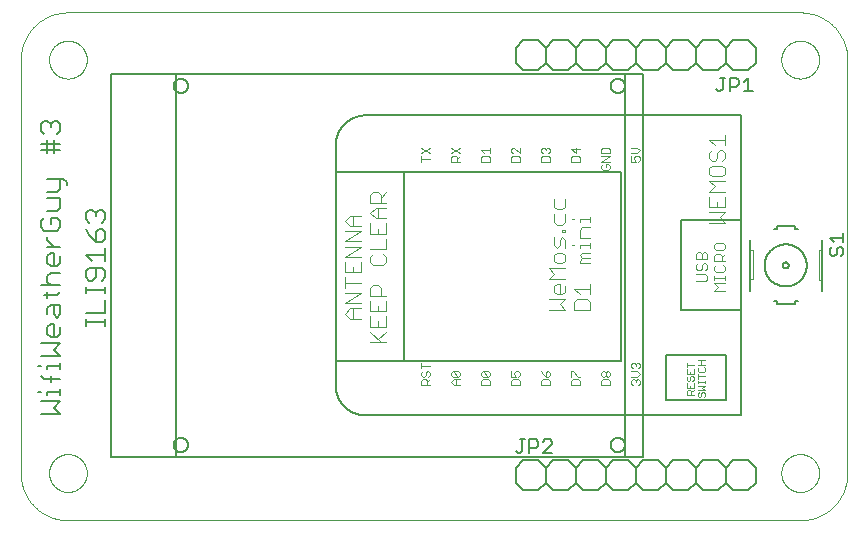
<source format=gto>
G75*
%MOIN*%
%OFA0B0*%
%FSLAX25Y25*%
%IPPOS*%
%LPD*%
%AMOC8*
5,1,8,0,0,1.08239X$1,22.5*
%
%ADD10C,0.00600*%
%ADD11C,0.00200*%
%ADD12C,0.00500*%
%ADD13C,0.00400*%
%ADD14C,0.00800*%
%ADD15C,0.00300*%
%ADD16C,0.00000*%
D10*
X0053889Y0069503D02*
X0060294Y0069503D01*
X0058159Y0071639D01*
X0060294Y0073774D01*
X0053889Y0073774D01*
X0056024Y0075949D02*
X0056024Y0077017D01*
X0060294Y0077017D01*
X0060294Y0078084D02*
X0060294Y0075949D01*
X0057092Y0080246D02*
X0057092Y0082381D01*
X0054957Y0081314D02*
X0053889Y0082381D01*
X0054957Y0081314D02*
X0060294Y0081314D01*
X0060294Y0084543D02*
X0060294Y0086678D01*
X0060294Y0085611D02*
X0056024Y0085611D01*
X0056024Y0084543D01*
X0053889Y0085611D02*
X0052821Y0085611D01*
X0053889Y0088840D02*
X0060294Y0088840D01*
X0058159Y0090975D01*
X0060294Y0093110D01*
X0053889Y0093110D01*
X0057092Y0095285D02*
X0056024Y0096353D01*
X0056024Y0098488D01*
X0057092Y0099556D01*
X0058159Y0099556D01*
X0058159Y0095285D01*
X0057092Y0095285D02*
X0059227Y0095285D01*
X0060294Y0096353D01*
X0060294Y0098488D01*
X0059227Y0101731D02*
X0058159Y0102799D01*
X0058159Y0106001D01*
X0057092Y0106001D02*
X0060294Y0106001D01*
X0060294Y0102799D01*
X0059227Y0101731D01*
X0056024Y0102799D02*
X0056024Y0104934D01*
X0057092Y0106001D01*
X0056024Y0108176D02*
X0056024Y0110312D01*
X0054957Y0109244D02*
X0059227Y0109244D01*
X0060294Y0110312D01*
X0060294Y0112473D02*
X0053889Y0112473D01*
X0056024Y0113541D02*
X0056024Y0115676D01*
X0057092Y0116744D01*
X0060294Y0116744D01*
X0059227Y0118919D02*
X0057092Y0118919D01*
X0056024Y0119987D01*
X0056024Y0122122D01*
X0057092Y0123189D01*
X0058159Y0123189D01*
X0058159Y0118919D01*
X0059227Y0118919D02*
X0060294Y0119987D01*
X0060294Y0122122D01*
X0060294Y0125364D02*
X0056024Y0125364D01*
X0058159Y0125364D02*
X0056024Y0127500D01*
X0056024Y0128567D01*
X0054957Y0130736D02*
X0059227Y0130736D01*
X0060294Y0131803D01*
X0060294Y0133938D01*
X0059227Y0135006D01*
X0057092Y0135006D01*
X0057092Y0132871D01*
X0054957Y0135006D02*
X0053889Y0133938D01*
X0053889Y0131803D01*
X0054957Y0130736D01*
X0056024Y0137181D02*
X0059227Y0137181D01*
X0060294Y0138249D01*
X0060294Y0141452D01*
X0056024Y0141452D01*
X0056024Y0143627D02*
X0059227Y0143627D01*
X0060294Y0144694D01*
X0060294Y0147897D01*
X0061362Y0147897D02*
X0062430Y0146829D01*
X0062430Y0145762D01*
X0061362Y0147897D02*
X0056024Y0147897D01*
X0056024Y0156518D02*
X0056024Y0159720D01*
X0056024Y0160788D01*
X0058159Y0160788D02*
X0058159Y0156518D01*
X0060294Y0157585D02*
X0053889Y0157585D01*
X0053889Y0159720D02*
X0060294Y0159720D01*
X0059227Y0162963D02*
X0060294Y0164031D01*
X0060294Y0166166D01*
X0059227Y0167233D01*
X0058159Y0167233D01*
X0057092Y0166166D01*
X0057092Y0165098D01*
X0057092Y0166166D02*
X0056024Y0167233D01*
X0054957Y0167233D01*
X0053889Y0166166D01*
X0053889Y0164031D01*
X0054957Y0162963D01*
X0069957Y0137692D02*
X0068889Y0136624D01*
X0068889Y0134489D01*
X0069957Y0133421D01*
X0068889Y0131246D02*
X0069957Y0129111D01*
X0072092Y0126976D01*
X0072092Y0130179D01*
X0073159Y0131246D01*
X0074227Y0131246D01*
X0075294Y0130179D01*
X0075294Y0128043D01*
X0074227Y0126976D01*
X0072092Y0126976D01*
X0075294Y0124801D02*
X0075294Y0120530D01*
X0075294Y0122666D02*
X0068889Y0122666D01*
X0071024Y0120530D01*
X0069957Y0118355D02*
X0068889Y0117288D01*
X0068889Y0115152D01*
X0069957Y0114085D01*
X0071024Y0114085D01*
X0072092Y0115152D01*
X0072092Y0118355D01*
X0074227Y0118355D02*
X0069957Y0118355D01*
X0074227Y0118355D02*
X0075294Y0117288D01*
X0075294Y0115152D01*
X0074227Y0114085D01*
X0075294Y0111923D02*
X0075294Y0109788D01*
X0075294Y0110855D02*
X0068889Y0110855D01*
X0068889Y0109788D02*
X0068889Y0111923D01*
X0075294Y0107613D02*
X0075294Y0103342D01*
X0068889Y0103342D01*
X0068889Y0101181D02*
X0068889Y0099045D01*
X0068889Y0100113D02*
X0075294Y0100113D01*
X0075294Y0099045D02*
X0075294Y0101181D01*
X0057092Y0112473D02*
X0056024Y0113541D01*
X0074227Y0133421D02*
X0075294Y0134489D01*
X0075294Y0136624D01*
X0074227Y0137692D01*
X0073159Y0137692D01*
X0072092Y0136624D01*
X0072092Y0135557D01*
X0072092Y0136624D02*
X0071024Y0137692D01*
X0069957Y0137692D01*
X0053889Y0077017D02*
X0052821Y0077017D01*
X0212094Y0051656D02*
X0212094Y0046656D01*
X0214594Y0044156D01*
X0219594Y0044156D01*
X0222094Y0046656D01*
X0224594Y0044156D01*
X0229594Y0044156D01*
X0232094Y0046656D01*
X0232094Y0051656D01*
X0229594Y0054156D01*
X0224594Y0054156D01*
X0222094Y0051656D01*
X0222094Y0046656D01*
X0222094Y0051656D02*
X0219594Y0054156D01*
X0214594Y0054156D01*
X0212094Y0051656D01*
X0232094Y0051656D02*
X0234594Y0054156D01*
X0239594Y0054156D01*
X0242094Y0051656D01*
X0244594Y0054156D01*
X0249594Y0054156D01*
X0252094Y0051656D01*
X0254594Y0054156D01*
X0259594Y0054156D01*
X0262094Y0051656D01*
X0262094Y0046656D01*
X0259594Y0044156D01*
X0254594Y0044156D01*
X0252094Y0046656D01*
X0249594Y0044156D01*
X0244594Y0044156D01*
X0242094Y0046656D01*
X0239594Y0044156D01*
X0234594Y0044156D01*
X0232094Y0046656D01*
X0242094Y0046656D02*
X0242094Y0051656D01*
X0252094Y0051656D02*
X0252094Y0046656D01*
X0262094Y0046656D02*
X0264594Y0044156D01*
X0269594Y0044156D01*
X0272094Y0046656D01*
X0274594Y0044156D01*
X0279594Y0044156D01*
X0282094Y0046656D01*
X0284594Y0044156D01*
X0289594Y0044156D01*
X0292094Y0046656D01*
X0292094Y0051656D01*
X0289594Y0054156D01*
X0284594Y0054156D01*
X0282094Y0051656D01*
X0282094Y0046656D01*
X0282094Y0051656D02*
X0279594Y0054156D01*
X0274594Y0054156D01*
X0272094Y0051656D01*
X0272094Y0046656D01*
X0272094Y0051656D02*
X0269594Y0054156D01*
X0264594Y0054156D01*
X0262094Y0051656D01*
X0299094Y0106156D02*
X0305094Y0106156D01*
X0305094Y0107156D01*
X0306094Y0107156D01*
X0299094Y0107156D02*
X0299094Y0106156D01*
X0299094Y0107156D02*
X0298094Y0107156D01*
X0290094Y0110656D02*
X0290094Y0114656D01*
X0290094Y0124156D01*
X0290094Y0127656D01*
X0298094Y0131156D02*
X0299094Y0131156D01*
X0299094Y0132156D01*
X0305094Y0132156D01*
X0305094Y0131156D01*
X0306094Y0131156D01*
X0314094Y0127656D02*
X0314094Y0124156D01*
X0314094Y0114156D01*
X0314094Y0110656D01*
X0301094Y0119156D02*
X0301096Y0119219D01*
X0301102Y0119281D01*
X0301112Y0119343D01*
X0301125Y0119405D01*
X0301143Y0119465D01*
X0301164Y0119524D01*
X0301189Y0119582D01*
X0301218Y0119638D01*
X0301250Y0119692D01*
X0301285Y0119744D01*
X0301323Y0119793D01*
X0301365Y0119841D01*
X0301409Y0119885D01*
X0301457Y0119927D01*
X0301506Y0119965D01*
X0301558Y0120000D01*
X0301612Y0120032D01*
X0301668Y0120061D01*
X0301726Y0120086D01*
X0301785Y0120107D01*
X0301845Y0120125D01*
X0301907Y0120138D01*
X0301969Y0120148D01*
X0302031Y0120154D01*
X0302094Y0120156D01*
X0302157Y0120154D01*
X0302219Y0120148D01*
X0302281Y0120138D01*
X0302343Y0120125D01*
X0302403Y0120107D01*
X0302462Y0120086D01*
X0302520Y0120061D01*
X0302576Y0120032D01*
X0302630Y0120000D01*
X0302682Y0119965D01*
X0302731Y0119927D01*
X0302779Y0119885D01*
X0302823Y0119841D01*
X0302865Y0119793D01*
X0302903Y0119744D01*
X0302938Y0119692D01*
X0302970Y0119638D01*
X0302999Y0119582D01*
X0303024Y0119524D01*
X0303045Y0119465D01*
X0303063Y0119405D01*
X0303076Y0119343D01*
X0303086Y0119281D01*
X0303092Y0119219D01*
X0303094Y0119156D01*
X0303092Y0119093D01*
X0303086Y0119031D01*
X0303076Y0118969D01*
X0303063Y0118907D01*
X0303045Y0118847D01*
X0303024Y0118788D01*
X0302999Y0118730D01*
X0302970Y0118674D01*
X0302938Y0118620D01*
X0302903Y0118568D01*
X0302865Y0118519D01*
X0302823Y0118471D01*
X0302779Y0118427D01*
X0302731Y0118385D01*
X0302682Y0118347D01*
X0302630Y0118312D01*
X0302576Y0118280D01*
X0302520Y0118251D01*
X0302462Y0118226D01*
X0302403Y0118205D01*
X0302343Y0118187D01*
X0302281Y0118174D01*
X0302219Y0118164D01*
X0302157Y0118158D01*
X0302094Y0118156D01*
X0302031Y0118158D01*
X0301969Y0118164D01*
X0301907Y0118174D01*
X0301845Y0118187D01*
X0301785Y0118205D01*
X0301726Y0118226D01*
X0301668Y0118251D01*
X0301612Y0118280D01*
X0301558Y0118312D01*
X0301506Y0118347D01*
X0301457Y0118385D01*
X0301409Y0118427D01*
X0301365Y0118471D01*
X0301323Y0118519D01*
X0301285Y0118568D01*
X0301250Y0118620D01*
X0301218Y0118674D01*
X0301189Y0118730D01*
X0301164Y0118788D01*
X0301143Y0118847D01*
X0301125Y0118907D01*
X0301112Y0118969D01*
X0301102Y0119031D01*
X0301096Y0119093D01*
X0301094Y0119156D01*
X0295094Y0119156D02*
X0295096Y0119328D01*
X0295102Y0119499D01*
X0295113Y0119671D01*
X0295128Y0119842D01*
X0295147Y0120013D01*
X0295170Y0120183D01*
X0295197Y0120353D01*
X0295229Y0120522D01*
X0295264Y0120690D01*
X0295304Y0120857D01*
X0295348Y0121023D01*
X0295395Y0121188D01*
X0295447Y0121352D01*
X0295503Y0121514D01*
X0295563Y0121675D01*
X0295627Y0121835D01*
X0295695Y0121993D01*
X0295766Y0122149D01*
X0295841Y0122303D01*
X0295921Y0122456D01*
X0296003Y0122606D01*
X0296090Y0122755D01*
X0296180Y0122901D01*
X0296274Y0123045D01*
X0296371Y0123187D01*
X0296472Y0123326D01*
X0296576Y0123463D01*
X0296683Y0123597D01*
X0296794Y0123728D01*
X0296907Y0123857D01*
X0297024Y0123983D01*
X0297144Y0124106D01*
X0297267Y0124226D01*
X0297393Y0124343D01*
X0297522Y0124456D01*
X0297653Y0124567D01*
X0297787Y0124674D01*
X0297924Y0124778D01*
X0298063Y0124879D01*
X0298205Y0124976D01*
X0298349Y0125070D01*
X0298495Y0125160D01*
X0298644Y0125247D01*
X0298794Y0125329D01*
X0298947Y0125409D01*
X0299101Y0125484D01*
X0299257Y0125555D01*
X0299415Y0125623D01*
X0299575Y0125687D01*
X0299736Y0125747D01*
X0299898Y0125803D01*
X0300062Y0125855D01*
X0300227Y0125902D01*
X0300393Y0125946D01*
X0300560Y0125986D01*
X0300728Y0126021D01*
X0300897Y0126053D01*
X0301067Y0126080D01*
X0301237Y0126103D01*
X0301408Y0126122D01*
X0301579Y0126137D01*
X0301751Y0126148D01*
X0301922Y0126154D01*
X0302094Y0126156D01*
X0302266Y0126154D01*
X0302437Y0126148D01*
X0302609Y0126137D01*
X0302780Y0126122D01*
X0302951Y0126103D01*
X0303121Y0126080D01*
X0303291Y0126053D01*
X0303460Y0126021D01*
X0303628Y0125986D01*
X0303795Y0125946D01*
X0303961Y0125902D01*
X0304126Y0125855D01*
X0304290Y0125803D01*
X0304452Y0125747D01*
X0304613Y0125687D01*
X0304773Y0125623D01*
X0304931Y0125555D01*
X0305087Y0125484D01*
X0305241Y0125409D01*
X0305394Y0125329D01*
X0305544Y0125247D01*
X0305693Y0125160D01*
X0305839Y0125070D01*
X0305983Y0124976D01*
X0306125Y0124879D01*
X0306264Y0124778D01*
X0306401Y0124674D01*
X0306535Y0124567D01*
X0306666Y0124456D01*
X0306795Y0124343D01*
X0306921Y0124226D01*
X0307044Y0124106D01*
X0307164Y0123983D01*
X0307281Y0123857D01*
X0307394Y0123728D01*
X0307505Y0123597D01*
X0307612Y0123463D01*
X0307716Y0123326D01*
X0307817Y0123187D01*
X0307914Y0123045D01*
X0308008Y0122901D01*
X0308098Y0122755D01*
X0308185Y0122606D01*
X0308267Y0122456D01*
X0308347Y0122303D01*
X0308422Y0122149D01*
X0308493Y0121993D01*
X0308561Y0121835D01*
X0308625Y0121675D01*
X0308685Y0121514D01*
X0308741Y0121352D01*
X0308793Y0121188D01*
X0308840Y0121023D01*
X0308884Y0120857D01*
X0308924Y0120690D01*
X0308959Y0120522D01*
X0308991Y0120353D01*
X0309018Y0120183D01*
X0309041Y0120013D01*
X0309060Y0119842D01*
X0309075Y0119671D01*
X0309086Y0119499D01*
X0309092Y0119328D01*
X0309094Y0119156D01*
X0309092Y0118984D01*
X0309086Y0118813D01*
X0309075Y0118641D01*
X0309060Y0118470D01*
X0309041Y0118299D01*
X0309018Y0118129D01*
X0308991Y0117959D01*
X0308959Y0117790D01*
X0308924Y0117622D01*
X0308884Y0117455D01*
X0308840Y0117289D01*
X0308793Y0117124D01*
X0308741Y0116960D01*
X0308685Y0116798D01*
X0308625Y0116637D01*
X0308561Y0116477D01*
X0308493Y0116319D01*
X0308422Y0116163D01*
X0308347Y0116009D01*
X0308267Y0115856D01*
X0308185Y0115706D01*
X0308098Y0115557D01*
X0308008Y0115411D01*
X0307914Y0115267D01*
X0307817Y0115125D01*
X0307716Y0114986D01*
X0307612Y0114849D01*
X0307505Y0114715D01*
X0307394Y0114584D01*
X0307281Y0114455D01*
X0307164Y0114329D01*
X0307044Y0114206D01*
X0306921Y0114086D01*
X0306795Y0113969D01*
X0306666Y0113856D01*
X0306535Y0113745D01*
X0306401Y0113638D01*
X0306264Y0113534D01*
X0306125Y0113433D01*
X0305983Y0113336D01*
X0305839Y0113242D01*
X0305693Y0113152D01*
X0305544Y0113065D01*
X0305394Y0112983D01*
X0305241Y0112903D01*
X0305087Y0112828D01*
X0304931Y0112757D01*
X0304773Y0112689D01*
X0304613Y0112625D01*
X0304452Y0112565D01*
X0304290Y0112509D01*
X0304126Y0112457D01*
X0303961Y0112410D01*
X0303795Y0112366D01*
X0303628Y0112326D01*
X0303460Y0112291D01*
X0303291Y0112259D01*
X0303121Y0112232D01*
X0302951Y0112209D01*
X0302780Y0112190D01*
X0302609Y0112175D01*
X0302437Y0112164D01*
X0302266Y0112158D01*
X0302094Y0112156D01*
X0301922Y0112158D01*
X0301751Y0112164D01*
X0301579Y0112175D01*
X0301408Y0112190D01*
X0301237Y0112209D01*
X0301067Y0112232D01*
X0300897Y0112259D01*
X0300728Y0112291D01*
X0300560Y0112326D01*
X0300393Y0112366D01*
X0300227Y0112410D01*
X0300062Y0112457D01*
X0299898Y0112509D01*
X0299736Y0112565D01*
X0299575Y0112625D01*
X0299415Y0112689D01*
X0299257Y0112757D01*
X0299101Y0112828D01*
X0298947Y0112903D01*
X0298794Y0112983D01*
X0298644Y0113065D01*
X0298495Y0113152D01*
X0298349Y0113242D01*
X0298205Y0113336D01*
X0298063Y0113433D01*
X0297924Y0113534D01*
X0297787Y0113638D01*
X0297653Y0113745D01*
X0297522Y0113856D01*
X0297393Y0113969D01*
X0297267Y0114086D01*
X0297144Y0114206D01*
X0297024Y0114329D01*
X0296907Y0114455D01*
X0296794Y0114584D01*
X0296683Y0114715D01*
X0296576Y0114849D01*
X0296472Y0114986D01*
X0296371Y0115125D01*
X0296274Y0115267D01*
X0296180Y0115411D01*
X0296090Y0115557D01*
X0296003Y0115706D01*
X0295921Y0115856D01*
X0295841Y0116009D01*
X0295766Y0116163D01*
X0295695Y0116319D01*
X0295627Y0116477D01*
X0295563Y0116637D01*
X0295503Y0116798D01*
X0295447Y0116960D01*
X0295395Y0117124D01*
X0295348Y0117289D01*
X0295304Y0117455D01*
X0295264Y0117622D01*
X0295229Y0117790D01*
X0295197Y0117959D01*
X0295170Y0118129D01*
X0295147Y0118299D01*
X0295128Y0118470D01*
X0295113Y0118641D01*
X0295102Y0118813D01*
X0295096Y0118984D01*
X0295094Y0119156D01*
X0289594Y0184156D02*
X0284594Y0184156D01*
X0282094Y0186656D01*
X0279594Y0184156D01*
X0274594Y0184156D01*
X0272094Y0186656D01*
X0272094Y0191656D01*
X0274594Y0194156D01*
X0279594Y0194156D01*
X0282094Y0191656D01*
X0284594Y0194156D01*
X0289594Y0194156D01*
X0292094Y0191656D01*
X0292094Y0186656D01*
X0289594Y0184156D01*
X0282094Y0186656D02*
X0282094Y0191656D01*
X0272094Y0191656D02*
X0269594Y0194156D01*
X0264594Y0194156D01*
X0262094Y0191656D01*
X0259594Y0194156D01*
X0254594Y0194156D01*
X0252094Y0191656D01*
X0249594Y0194156D01*
X0244594Y0194156D01*
X0242094Y0191656D01*
X0242094Y0186656D01*
X0244594Y0184156D01*
X0249594Y0184156D01*
X0252094Y0186656D01*
X0252094Y0191656D01*
X0252094Y0186656D02*
X0254594Y0184156D01*
X0259594Y0184156D01*
X0262094Y0186656D01*
X0262094Y0191656D01*
X0262094Y0186656D02*
X0264594Y0184156D01*
X0269594Y0184156D01*
X0272094Y0186656D01*
X0242094Y0186656D02*
X0239594Y0184156D01*
X0234594Y0184156D01*
X0232094Y0186656D01*
X0229594Y0184156D01*
X0224594Y0184156D01*
X0222094Y0186656D01*
X0219594Y0184156D01*
X0214594Y0184156D01*
X0212094Y0186656D01*
X0212094Y0191656D01*
X0214594Y0194156D01*
X0219594Y0194156D01*
X0222094Y0191656D01*
X0224594Y0194156D01*
X0229594Y0194156D01*
X0232094Y0191656D01*
X0234594Y0194156D01*
X0239594Y0194156D01*
X0242094Y0191656D01*
X0232094Y0191656D02*
X0232094Y0186656D01*
X0222094Y0186656D02*
X0222094Y0191656D01*
D11*
X0222560Y0158362D02*
X0223027Y0158362D01*
X0223494Y0157895D01*
X0223494Y0156961D01*
X0223027Y0156494D01*
X0223027Y0155600D02*
X0221159Y0155600D01*
X0220692Y0155133D01*
X0220692Y0153731D01*
X0223494Y0153731D01*
X0223494Y0155133D01*
X0223027Y0155600D01*
X0222093Y0157428D02*
X0222093Y0157895D01*
X0222560Y0158362D01*
X0222093Y0157895D02*
X0221626Y0158362D01*
X0221159Y0158362D01*
X0220692Y0157895D01*
X0220692Y0156961D01*
X0221159Y0156494D01*
X0213494Y0156494D02*
X0211626Y0158362D01*
X0211159Y0158362D01*
X0210692Y0157895D01*
X0210692Y0156961D01*
X0211159Y0156494D01*
X0211159Y0155600D02*
X0210692Y0155133D01*
X0210692Y0153731D01*
X0213494Y0153731D01*
X0213494Y0155133D01*
X0213027Y0155600D01*
X0211159Y0155600D01*
X0213494Y0156494D02*
X0213494Y0158362D01*
X0203494Y0158362D02*
X0203494Y0156494D01*
X0203494Y0157428D02*
X0200692Y0157428D01*
X0201626Y0156494D01*
X0201159Y0155600D02*
X0200692Y0155133D01*
X0200692Y0153731D01*
X0203494Y0153731D01*
X0203494Y0155133D01*
X0203027Y0155600D01*
X0201159Y0155600D01*
X0193494Y0155600D02*
X0192560Y0154666D01*
X0192560Y0155133D02*
X0192560Y0153731D01*
X0193494Y0153731D02*
X0190692Y0153731D01*
X0190692Y0155133D01*
X0191159Y0155600D01*
X0192093Y0155600D01*
X0192560Y0155133D01*
X0193494Y0156494D02*
X0190692Y0158362D01*
X0190692Y0156494D02*
X0193494Y0158362D01*
X0183494Y0158362D02*
X0180692Y0156494D01*
X0180692Y0155600D02*
X0180692Y0153731D01*
X0180692Y0154666D02*
X0183494Y0154666D01*
X0183494Y0156494D02*
X0180692Y0158362D01*
X0230692Y0157895D02*
X0232093Y0156494D01*
X0232093Y0158362D01*
X0233494Y0157895D02*
X0230692Y0157895D01*
X0231159Y0155600D02*
X0230692Y0155133D01*
X0230692Y0153731D01*
X0233494Y0153731D01*
X0233494Y0155133D01*
X0233027Y0155600D01*
X0231159Y0155600D01*
X0240692Y0155600D02*
X0243494Y0155600D01*
X0240692Y0153731D01*
X0243494Y0153731D01*
X0243027Y0152837D02*
X0243494Y0152370D01*
X0243494Y0151436D01*
X0243027Y0150969D01*
X0241159Y0150969D01*
X0240692Y0151436D01*
X0240692Y0152370D01*
X0241159Y0152837D01*
X0242093Y0152837D02*
X0242093Y0151903D01*
X0242093Y0152837D02*
X0243027Y0152837D01*
X0243494Y0156494D02*
X0240692Y0156494D01*
X0240692Y0157895D01*
X0241159Y0158362D01*
X0243027Y0158362D01*
X0243494Y0157895D01*
X0243494Y0156494D01*
X0250692Y0156494D02*
X0252560Y0156494D01*
X0253494Y0157428D01*
X0252560Y0158362D01*
X0250692Y0158362D01*
X0250692Y0155600D02*
X0250692Y0153731D01*
X0252093Y0153731D01*
X0251626Y0154666D01*
X0251626Y0155133D01*
X0252093Y0155600D01*
X0253027Y0155600D01*
X0253494Y0155133D01*
X0253494Y0154199D01*
X0253027Y0153731D01*
X0290094Y0124156D02*
X0291094Y0124156D01*
X0291094Y0114656D01*
X0290094Y0114656D01*
X0313094Y0114156D02*
X0314094Y0114156D01*
X0313094Y0114156D02*
X0313094Y0124156D01*
X0314094Y0124156D01*
X0275119Y0087511D02*
X0272818Y0087511D01*
X0273969Y0087511D02*
X0273969Y0085976D01*
X0274736Y0085209D02*
X0275119Y0084825D01*
X0275119Y0084058D01*
X0274736Y0083674D01*
X0273201Y0083674D01*
X0272818Y0084058D01*
X0272818Y0084825D01*
X0273201Y0085209D01*
X0272818Y0085976D02*
X0275119Y0085976D01*
X0271369Y0085976D02*
X0269068Y0085976D01*
X0269068Y0085209D02*
X0269068Y0086744D01*
X0269068Y0084442D02*
X0269068Y0082907D01*
X0271369Y0082907D01*
X0271369Y0084442D01*
X0270219Y0083674D02*
X0270219Y0082907D01*
X0270602Y0082140D02*
X0270986Y0082140D01*
X0271369Y0081756D01*
X0271369Y0080989D01*
X0270986Y0080605D01*
X0271369Y0079838D02*
X0271369Y0078303D01*
X0269068Y0078303D01*
X0269068Y0079838D01*
X0269451Y0080605D02*
X0269835Y0080605D01*
X0270219Y0080989D01*
X0270219Y0081756D01*
X0270602Y0082140D01*
X0269451Y0082140D02*
X0269068Y0081756D01*
X0269068Y0080989D01*
X0269451Y0080605D01*
X0270219Y0079071D02*
X0270219Y0078303D01*
X0270219Y0077536D02*
X0270602Y0077152D01*
X0270602Y0076001D01*
X0271369Y0076001D02*
X0269068Y0076001D01*
X0269068Y0077152D01*
X0269451Y0077536D01*
X0270219Y0077536D01*
X0270602Y0076769D02*
X0271369Y0077536D01*
X0272818Y0077536D02*
X0275119Y0077536D01*
X0274352Y0078303D01*
X0275119Y0079071D01*
X0272818Y0079071D01*
X0272818Y0079838D02*
X0272818Y0080605D01*
X0272818Y0080221D02*
X0275119Y0080221D01*
X0275119Y0079838D02*
X0275119Y0080605D01*
X0275119Y0082140D02*
X0272818Y0082140D01*
X0272818Y0082907D02*
X0272818Y0081372D01*
X0273201Y0076769D02*
X0272818Y0076385D01*
X0272818Y0075618D01*
X0273201Y0075234D01*
X0273585Y0075234D01*
X0273969Y0075618D01*
X0273969Y0076385D01*
X0274352Y0076769D01*
X0274736Y0076769D01*
X0275119Y0076385D01*
X0275119Y0075618D01*
X0274736Y0075234D01*
X0253494Y0079723D02*
X0253027Y0079256D01*
X0253494Y0079723D02*
X0253494Y0080657D01*
X0253027Y0081124D01*
X0252560Y0081124D01*
X0252093Y0080657D01*
X0252093Y0080190D01*
X0252093Y0080657D02*
X0251626Y0081124D01*
X0251159Y0081124D01*
X0250692Y0080657D01*
X0250692Y0079723D01*
X0251159Y0079256D01*
X0250692Y0082019D02*
X0252560Y0082019D01*
X0253494Y0082953D01*
X0252560Y0083887D01*
X0250692Y0083887D01*
X0251159Y0084781D02*
X0250692Y0085248D01*
X0250692Y0086182D01*
X0251159Y0086649D01*
X0251626Y0086649D01*
X0252093Y0086182D01*
X0252560Y0086649D01*
X0253027Y0086649D01*
X0253494Y0086182D01*
X0253494Y0085248D01*
X0253027Y0084781D01*
X0252093Y0085715D02*
X0252093Y0086182D01*
X0243494Y0083420D02*
X0243494Y0082486D01*
X0243027Y0082019D01*
X0242560Y0082019D01*
X0242093Y0082486D01*
X0242093Y0083420D01*
X0242560Y0083887D01*
X0243027Y0083887D01*
X0243494Y0083420D01*
X0242093Y0083420D02*
X0241626Y0083887D01*
X0241159Y0083887D01*
X0240692Y0083420D01*
X0240692Y0082486D01*
X0241159Y0082019D01*
X0241626Y0082019D01*
X0242093Y0082486D01*
X0241159Y0081124D02*
X0240692Y0080657D01*
X0240692Y0079256D01*
X0243494Y0079256D01*
X0243494Y0080657D01*
X0243027Y0081124D01*
X0241159Y0081124D01*
X0233494Y0080657D02*
X0233494Y0079256D01*
X0230692Y0079256D01*
X0230692Y0080657D01*
X0231159Y0081124D01*
X0233027Y0081124D01*
X0233494Y0080657D01*
X0233494Y0082019D02*
X0233027Y0082019D01*
X0231159Y0083887D01*
X0230692Y0083887D01*
X0230692Y0082019D01*
X0223494Y0082486D02*
X0223494Y0083420D01*
X0223027Y0083887D01*
X0222560Y0083887D01*
X0222093Y0083420D01*
X0222093Y0082019D01*
X0223027Y0082019D01*
X0223494Y0082486D01*
X0223027Y0081124D02*
X0221159Y0081124D01*
X0220692Y0080657D01*
X0220692Y0079256D01*
X0223494Y0079256D01*
X0223494Y0080657D01*
X0223027Y0081124D01*
X0222093Y0082019D02*
X0221159Y0082953D01*
X0220692Y0083887D01*
X0213494Y0083420D02*
X0213494Y0082486D01*
X0213027Y0082019D01*
X0213027Y0081124D02*
X0211159Y0081124D01*
X0210692Y0080657D01*
X0210692Y0079256D01*
X0213494Y0079256D01*
X0213494Y0080657D01*
X0213027Y0081124D01*
X0212093Y0082019D02*
X0211626Y0082953D01*
X0211626Y0083420D01*
X0212093Y0083887D01*
X0213027Y0083887D01*
X0213494Y0083420D01*
X0212093Y0082019D02*
X0210692Y0082019D01*
X0210692Y0083887D01*
X0203494Y0083420D02*
X0203494Y0082486D01*
X0203027Y0082019D01*
X0201159Y0083887D01*
X0203027Y0083887D01*
X0203494Y0083420D01*
X0203027Y0082019D02*
X0201159Y0082019D01*
X0200692Y0082486D01*
X0200692Y0083420D01*
X0201159Y0083887D01*
X0201159Y0081124D02*
X0200692Y0080657D01*
X0200692Y0079256D01*
X0203494Y0079256D01*
X0203494Y0080657D01*
X0203027Y0081124D01*
X0201159Y0081124D01*
X0193494Y0081124D02*
X0191626Y0081124D01*
X0190692Y0080190D01*
X0191626Y0079256D01*
X0193494Y0079256D01*
X0192093Y0079256D02*
X0192093Y0081124D01*
X0191159Y0082019D02*
X0190692Y0082486D01*
X0190692Y0083420D01*
X0191159Y0083887D01*
X0193027Y0082019D01*
X0193494Y0082486D01*
X0193494Y0083420D01*
X0193027Y0083887D01*
X0191159Y0083887D01*
X0191159Y0082019D02*
X0193027Y0082019D01*
X0183494Y0082486D02*
X0183027Y0082019D01*
X0183494Y0082486D02*
X0183494Y0083420D01*
X0183027Y0083887D01*
X0182560Y0083887D01*
X0182093Y0083420D01*
X0182093Y0082486D01*
X0181626Y0082019D01*
X0181159Y0082019D01*
X0180692Y0082486D01*
X0180692Y0083420D01*
X0181159Y0083887D01*
X0180692Y0084781D02*
X0180692Y0086649D01*
X0180692Y0085715D02*
X0183494Y0085715D01*
X0183494Y0081124D02*
X0182560Y0080190D01*
X0182560Y0080657D02*
X0182560Y0079256D01*
X0183494Y0079256D02*
X0180692Y0079256D01*
X0180692Y0080657D01*
X0181159Y0081124D01*
X0182093Y0081124D01*
X0182560Y0080657D01*
D12*
X0175024Y0087266D02*
X0175024Y0150259D01*
X0152189Y0150259D01*
X0152189Y0087266D01*
X0175024Y0087266D01*
X0174994Y0087256D02*
X0247094Y0087256D01*
X0247094Y0150156D01*
X0247094Y0150256D02*
X0174994Y0150256D01*
X0174994Y0150156D01*
X0162094Y0169156D02*
X0161852Y0169153D01*
X0161611Y0169144D01*
X0161370Y0169130D01*
X0161129Y0169109D01*
X0160889Y0169083D01*
X0160649Y0169051D01*
X0160410Y0169013D01*
X0160173Y0168970D01*
X0159936Y0168920D01*
X0159701Y0168865D01*
X0159467Y0168805D01*
X0159235Y0168738D01*
X0159004Y0168667D01*
X0158775Y0168589D01*
X0158548Y0168506D01*
X0158323Y0168418D01*
X0158100Y0168324D01*
X0157880Y0168225D01*
X0157662Y0168120D01*
X0157447Y0168011D01*
X0157234Y0167896D01*
X0157024Y0167776D01*
X0156818Y0167651D01*
X0156614Y0167521D01*
X0156413Y0167386D01*
X0156216Y0167246D01*
X0156022Y0167102D01*
X0155832Y0166953D01*
X0155646Y0166799D01*
X0155463Y0166641D01*
X0155284Y0166479D01*
X0155109Y0166312D01*
X0154938Y0166141D01*
X0154771Y0165966D01*
X0154609Y0165787D01*
X0154451Y0165604D01*
X0154297Y0165418D01*
X0154148Y0165228D01*
X0154004Y0165034D01*
X0153864Y0164837D01*
X0153729Y0164636D01*
X0153599Y0164432D01*
X0153474Y0164226D01*
X0153354Y0164016D01*
X0153239Y0163803D01*
X0153130Y0163588D01*
X0153025Y0163370D01*
X0152926Y0163150D01*
X0152832Y0162927D01*
X0152744Y0162702D01*
X0152661Y0162475D01*
X0152583Y0162246D01*
X0152512Y0162015D01*
X0152445Y0161783D01*
X0152385Y0161549D01*
X0152330Y0161314D01*
X0152280Y0161077D01*
X0152237Y0160840D01*
X0152199Y0160601D01*
X0152167Y0160361D01*
X0152141Y0160121D01*
X0152120Y0159880D01*
X0152106Y0159639D01*
X0152097Y0159398D01*
X0152094Y0159156D01*
X0152094Y0079156D01*
X0152097Y0078914D01*
X0152106Y0078673D01*
X0152120Y0078432D01*
X0152141Y0078191D01*
X0152167Y0077951D01*
X0152199Y0077711D01*
X0152237Y0077472D01*
X0152280Y0077235D01*
X0152330Y0076998D01*
X0152385Y0076763D01*
X0152445Y0076529D01*
X0152512Y0076297D01*
X0152583Y0076066D01*
X0152661Y0075837D01*
X0152744Y0075610D01*
X0152832Y0075385D01*
X0152926Y0075162D01*
X0153025Y0074942D01*
X0153130Y0074724D01*
X0153239Y0074509D01*
X0153354Y0074296D01*
X0153474Y0074086D01*
X0153599Y0073880D01*
X0153729Y0073676D01*
X0153864Y0073475D01*
X0154004Y0073278D01*
X0154148Y0073084D01*
X0154297Y0072894D01*
X0154451Y0072708D01*
X0154609Y0072525D01*
X0154771Y0072346D01*
X0154938Y0072171D01*
X0155109Y0072000D01*
X0155284Y0071833D01*
X0155463Y0071671D01*
X0155646Y0071513D01*
X0155832Y0071359D01*
X0156022Y0071210D01*
X0156216Y0071066D01*
X0156413Y0070926D01*
X0156614Y0070791D01*
X0156818Y0070661D01*
X0157024Y0070536D01*
X0157234Y0070416D01*
X0157447Y0070301D01*
X0157662Y0070192D01*
X0157880Y0070087D01*
X0158100Y0069988D01*
X0158323Y0069894D01*
X0158548Y0069806D01*
X0158775Y0069723D01*
X0159004Y0069645D01*
X0159235Y0069574D01*
X0159467Y0069507D01*
X0159701Y0069447D01*
X0159936Y0069392D01*
X0160173Y0069342D01*
X0160410Y0069299D01*
X0160649Y0069261D01*
X0160889Y0069229D01*
X0161129Y0069203D01*
X0161370Y0069182D01*
X0161611Y0069168D01*
X0161852Y0069159D01*
X0162094Y0069156D01*
X0287094Y0069156D01*
X0287094Y0169156D01*
X0162094Y0169156D01*
X0098118Y0178999D02*
X0098120Y0179096D01*
X0098126Y0179193D01*
X0098136Y0179289D01*
X0098150Y0179385D01*
X0098168Y0179481D01*
X0098189Y0179575D01*
X0098215Y0179669D01*
X0098244Y0179761D01*
X0098278Y0179852D01*
X0098314Y0179942D01*
X0098355Y0180030D01*
X0098399Y0180116D01*
X0098447Y0180201D01*
X0098498Y0180283D01*
X0098552Y0180364D01*
X0098610Y0180442D01*
X0098671Y0180517D01*
X0098734Y0180590D01*
X0098801Y0180661D01*
X0098871Y0180728D01*
X0098943Y0180793D01*
X0099018Y0180854D01*
X0099096Y0180913D01*
X0099175Y0180968D01*
X0099257Y0181020D01*
X0099341Y0181068D01*
X0099427Y0181113D01*
X0099515Y0181155D01*
X0099604Y0181193D01*
X0099695Y0181227D01*
X0099787Y0181257D01*
X0099880Y0181284D01*
X0099975Y0181306D01*
X0100070Y0181325D01*
X0100166Y0181340D01*
X0100262Y0181351D01*
X0100359Y0181358D01*
X0100456Y0181361D01*
X0100553Y0181360D01*
X0100650Y0181355D01*
X0100746Y0181346D01*
X0100842Y0181333D01*
X0100938Y0181316D01*
X0101033Y0181295D01*
X0101126Y0181271D01*
X0101219Y0181242D01*
X0101311Y0181210D01*
X0101401Y0181174D01*
X0101489Y0181135D01*
X0101576Y0181091D01*
X0101661Y0181045D01*
X0101744Y0180994D01*
X0101825Y0180941D01*
X0101903Y0180884D01*
X0101980Y0180824D01*
X0102053Y0180761D01*
X0102124Y0180695D01*
X0102192Y0180626D01*
X0102258Y0180554D01*
X0102320Y0180480D01*
X0102379Y0180403D01*
X0102435Y0180324D01*
X0102488Y0180242D01*
X0102538Y0180159D01*
X0102583Y0180073D01*
X0102626Y0179986D01*
X0102665Y0179897D01*
X0102700Y0179807D01*
X0102731Y0179715D01*
X0102758Y0179622D01*
X0102782Y0179528D01*
X0102802Y0179433D01*
X0102818Y0179337D01*
X0102830Y0179241D01*
X0102838Y0179144D01*
X0102842Y0179047D01*
X0102842Y0178951D01*
X0102838Y0178854D01*
X0102830Y0178757D01*
X0102818Y0178661D01*
X0102802Y0178565D01*
X0102782Y0178470D01*
X0102758Y0178376D01*
X0102731Y0178283D01*
X0102700Y0178191D01*
X0102665Y0178101D01*
X0102626Y0178012D01*
X0102583Y0177925D01*
X0102538Y0177839D01*
X0102488Y0177756D01*
X0102435Y0177674D01*
X0102379Y0177595D01*
X0102320Y0177518D01*
X0102258Y0177444D01*
X0102192Y0177372D01*
X0102124Y0177303D01*
X0102053Y0177237D01*
X0101980Y0177174D01*
X0101903Y0177114D01*
X0101825Y0177057D01*
X0101744Y0177004D01*
X0101661Y0176953D01*
X0101576Y0176907D01*
X0101489Y0176863D01*
X0101401Y0176824D01*
X0101311Y0176788D01*
X0101219Y0176756D01*
X0101126Y0176727D01*
X0101033Y0176703D01*
X0100938Y0176682D01*
X0100842Y0176665D01*
X0100746Y0176652D01*
X0100650Y0176643D01*
X0100553Y0176638D01*
X0100456Y0176637D01*
X0100359Y0176640D01*
X0100262Y0176647D01*
X0100166Y0176658D01*
X0100070Y0176673D01*
X0099975Y0176692D01*
X0099880Y0176714D01*
X0099787Y0176741D01*
X0099695Y0176771D01*
X0099604Y0176805D01*
X0099515Y0176843D01*
X0099427Y0176885D01*
X0099341Y0176930D01*
X0099257Y0176978D01*
X0099175Y0177030D01*
X0099096Y0177085D01*
X0099018Y0177144D01*
X0098943Y0177205D01*
X0098871Y0177270D01*
X0098801Y0177337D01*
X0098734Y0177408D01*
X0098671Y0177481D01*
X0098610Y0177556D01*
X0098552Y0177634D01*
X0098498Y0177715D01*
X0098447Y0177797D01*
X0098399Y0177882D01*
X0098355Y0177968D01*
X0098314Y0178056D01*
X0098278Y0178146D01*
X0098244Y0178237D01*
X0098215Y0178329D01*
X0098189Y0178423D01*
X0098168Y0178517D01*
X0098150Y0178613D01*
X0098136Y0178709D01*
X0098126Y0178805D01*
X0098120Y0178902D01*
X0098118Y0178999D01*
X0098906Y0182936D02*
X0248512Y0182936D01*
X0248512Y0055377D01*
X0098906Y0055377D01*
X0098906Y0182936D01*
X0077252Y0182936D01*
X0077252Y0055377D01*
X0098906Y0055377D01*
X0098118Y0059314D02*
X0098120Y0059411D01*
X0098126Y0059508D01*
X0098136Y0059604D01*
X0098150Y0059700D01*
X0098168Y0059796D01*
X0098189Y0059890D01*
X0098215Y0059984D01*
X0098244Y0060076D01*
X0098278Y0060167D01*
X0098314Y0060257D01*
X0098355Y0060345D01*
X0098399Y0060431D01*
X0098447Y0060516D01*
X0098498Y0060598D01*
X0098552Y0060679D01*
X0098610Y0060757D01*
X0098671Y0060832D01*
X0098734Y0060905D01*
X0098801Y0060976D01*
X0098871Y0061043D01*
X0098943Y0061108D01*
X0099018Y0061169D01*
X0099096Y0061228D01*
X0099175Y0061283D01*
X0099257Y0061335D01*
X0099341Y0061383D01*
X0099427Y0061428D01*
X0099515Y0061470D01*
X0099604Y0061508D01*
X0099695Y0061542D01*
X0099787Y0061572D01*
X0099880Y0061599D01*
X0099975Y0061621D01*
X0100070Y0061640D01*
X0100166Y0061655D01*
X0100262Y0061666D01*
X0100359Y0061673D01*
X0100456Y0061676D01*
X0100553Y0061675D01*
X0100650Y0061670D01*
X0100746Y0061661D01*
X0100842Y0061648D01*
X0100938Y0061631D01*
X0101033Y0061610D01*
X0101126Y0061586D01*
X0101219Y0061557D01*
X0101311Y0061525D01*
X0101401Y0061489D01*
X0101489Y0061450D01*
X0101576Y0061406D01*
X0101661Y0061360D01*
X0101744Y0061309D01*
X0101825Y0061256D01*
X0101903Y0061199D01*
X0101980Y0061139D01*
X0102053Y0061076D01*
X0102124Y0061010D01*
X0102192Y0060941D01*
X0102258Y0060869D01*
X0102320Y0060795D01*
X0102379Y0060718D01*
X0102435Y0060639D01*
X0102488Y0060557D01*
X0102538Y0060474D01*
X0102583Y0060388D01*
X0102626Y0060301D01*
X0102665Y0060212D01*
X0102700Y0060122D01*
X0102731Y0060030D01*
X0102758Y0059937D01*
X0102782Y0059843D01*
X0102802Y0059748D01*
X0102818Y0059652D01*
X0102830Y0059556D01*
X0102838Y0059459D01*
X0102842Y0059362D01*
X0102842Y0059266D01*
X0102838Y0059169D01*
X0102830Y0059072D01*
X0102818Y0058976D01*
X0102802Y0058880D01*
X0102782Y0058785D01*
X0102758Y0058691D01*
X0102731Y0058598D01*
X0102700Y0058506D01*
X0102665Y0058416D01*
X0102626Y0058327D01*
X0102583Y0058240D01*
X0102538Y0058154D01*
X0102488Y0058071D01*
X0102435Y0057989D01*
X0102379Y0057910D01*
X0102320Y0057833D01*
X0102258Y0057759D01*
X0102192Y0057687D01*
X0102124Y0057618D01*
X0102053Y0057552D01*
X0101980Y0057489D01*
X0101903Y0057429D01*
X0101825Y0057372D01*
X0101744Y0057319D01*
X0101661Y0057268D01*
X0101576Y0057222D01*
X0101489Y0057178D01*
X0101401Y0057139D01*
X0101311Y0057103D01*
X0101219Y0057071D01*
X0101126Y0057042D01*
X0101033Y0057018D01*
X0100938Y0056997D01*
X0100842Y0056980D01*
X0100746Y0056967D01*
X0100650Y0056958D01*
X0100553Y0056953D01*
X0100456Y0056952D01*
X0100359Y0056955D01*
X0100262Y0056962D01*
X0100166Y0056973D01*
X0100070Y0056988D01*
X0099975Y0057007D01*
X0099880Y0057029D01*
X0099787Y0057056D01*
X0099695Y0057086D01*
X0099604Y0057120D01*
X0099515Y0057158D01*
X0099427Y0057200D01*
X0099341Y0057245D01*
X0099257Y0057293D01*
X0099175Y0057345D01*
X0099096Y0057400D01*
X0099018Y0057459D01*
X0098943Y0057520D01*
X0098871Y0057585D01*
X0098801Y0057652D01*
X0098734Y0057723D01*
X0098671Y0057796D01*
X0098610Y0057871D01*
X0098552Y0057949D01*
X0098498Y0058030D01*
X0098447Y0058112D01*
X0098399Y0058197D01*
X0098355Y0058283D01*
X0098314Y0058371D01*
X0098278Y0058461D01*
X0098244Y0058552D01*
X0098215Y0058644D01*
X0098189Y0058738D01*
X0098168Y0058832D01*
X0098150Y0058928D01*
X0098136Y0059024D01*
X0098126Y0059120D01*
X0098120Y0059217D01*
X0098118Y0059314D01*
X0212044Y0057357D02*
X0212795Y0056606D01*
X0213546Y0056606D01*
X0214296Y0057357D01*
X0214296Y0061110D01*
X0213546Y0061110D02*
X0215047Y0061110D01*
X0216648Y0061110D02*
X0218900Y0061110D01*
X0219651Y0060359D01*
X0219651Y0058858D01*
X0218900Y0058107D01*
X0216648Y0058107D01*
X0216648Y0056606D02*
X0216648Y0061110D01*
X0221252Y0060359D02*
X0222003Y0061110D01*
X0223504Y0061110D01*
X0224255Y0060359D01*
X0224255Y0059609D01*
X0221252Y0056606D01*
X0224255Y0056606D01*
X0243788Y0059314D02*
X0243790Y0059411D01*
X0243796Y0059508D01*
X0243806Y0059604D01*
X0243820Y0059700D01*
X0243838Y0059796D01*
X0243859Y0059890D01*
X0243885Y0059984D01*
X0243914Y0060076D01*
X0243948Y0060167D01*
X0243984Y0060257D01*
X0244025Y0060345D01*
X0244069Y0060431D01*
X0244117Y0060516D01*
X0244168Y0060598D01*
X0244222Y0060679D01*
X0244280Y0060757D01*
X0244341Y0060832D01*
X0244404Y0060905D01*
X0244471Y0060976D01*
X0244541Y0061043D01*
X0244613Y0061108D01*
X0244688Y0061169D01*
X0244766Y0061228D01*
X0244845Y0061283D01*
X0244927Y0061335D01*
X0245011Y0061383D01*
X0245097Y0061428D01*
X0245185Y0061470D01*
X0245274Y0061508D01*
X0245365Y0061542D01*
X0245457Y0061572D01*
X0245550Y0061599D01*
X0245645Y0061621D01*
X0245740Y0061640D01*
X0245836Y0061655D01*
X0245932Y0061666D01*
X0246029Y0061673D01*
X0246126Y0061676D01*
X0246223Y0061675D01*
X0246320Y0061670D01*
X0246416Y0061661D01*
X0246512Y0061648D01*
X0246608Y0061631D01*
X0246703Y0061610D01*
X0246796Y0061586D01*
X0246889Y0061557D01*
X0246981Y0061525D01*
X0247071Y0061489D01*
X0247159Y0061450D01*
X0247246Y0061406D01*
X0247331Y0061360D01*
X0247414Y0061309D01*
X0247495Y0061256D01*
X0247573Y0061199D01*
X0247650Y0061139D01*
X0247723Y0061076D01*
X0247794Y0061010D01*
X0247862Y0060941D01*
X0247928Y0060869D01*
X0247990Y0060795D01*
X0248049Y0060718D01*
X0248105Y0060639D01*
X0248158Y0060557D01*
X0248208Y0060474D01*
X0248253Y0060388D01*
X0248296Y0060301D01*
X0248335Y0060212D01*
X0248370Y0060122D01*
X0248401Y0060030D01*
X0248428Y0059937D01*
X0248452Y0059843D01*
X0248472Y0059748D01*
X0248488Y0059652D01*
X0248500Y0059556D01*
X0248508Y0059459D01*
X0248512Y0059362D01*
X0248512Y0059266D01*
X0248508Y0059169D01*
X0248500Y0059072D01*
X0248488Y0058976D01*
X0248472Y0058880D01*
X0248452Y0058785D01*
X0248428Y0058691D01*
X0248401Y0058598D01*
X0248370Y0058506D01*
X0248335Y0058416D01*
X0248296Y0058327D01*
X0248253Y0058240D01*
X0248208Y0058154D01*
X0248158Y0058071D01*
X0248105Y0057989D01*
X0248049Y0057910D01*
X0247990Y0057833D01*
X0247928Y0057759D01*
X0247862Y0057687D01*
X0247794Y0057618D01*
X0247723Y0057552D01*
X0247650Y0057489D01*
X0247573Y0057429D01*
X0247495Y0057372D01*
X0247414Y0057319D01*
X0247331Y0057268D01*
X0247246Y0057222D01*
X0247159Y0057178D01*
X0247071Y0057139D01*
X0246981Y0057103D01*
X0246889Y0057071D01*
X0246796Y0057042D01*
X0246703Y0057018D01*
X0246608Y0056997D01*
X0246512Y0056980D01*
X0246416Y0056967D01*
X0246320Y0056958D01*
X0246223Y0056953D01*
X0246126Y0056952D01*
X0246029Y0056955D01*
X0245932Y0056962D01*
X0245836Y0056973D01*
X0245740Y0056988D01*
X0245645Y0057007D01*
X0245550Y0057029D01*
X0245457Y0057056D01*
X0245365Y0057086D01*
X0245274Y0057120D01*
X0245185Y0057158D01*
X0245097Y0057200D01*
X0245011Y0057245D01*
X0244927Y0057293D01*
X0244845Y0057345D01*
X0244766Y0057400D01*
X0244688Y0057459D01*
X0244613Y0057520D01*
X0244541Y0057585D01*
X0244471Y0057652D01*
X0244404Y0057723D01*
X0244341Y0057796D01*
X0244280Y0057871D01*
X0244222Y0057949D01*
X0244168Y0058030D01*
X0244117Y0058112D01*
X0244069Y0058197D01*
X0244025Y0058283D01*
X0243984Y0058371D01*
X0243948Y0058461D01*
X0243914Y0058552D01*
X0243885Y0058644D01*
X0243859Y0058738D01*
X0243838Y0058832D01*
X0243820Y0058928D01*
X0243806Y0059024D01*
X0243796Y0059120D01*
X0243790Y0059217D01*
X0243788Y0059314D01*
X0248512Y0055377D02*
X0254417Y0055377D01*
X0254417Y0182936D01*
X0248512Y0182936D01*
X0243788Y0178999D02*
X0243790Y0179096D01*
X0243796Y0179193D01*
X0243806Y0179289D01*
X0243820Y0179385D01*
X0243838Y0179481D01*
X0243859Y0179575D01*
X0243885Y0179669D01*
X0243914Y0179761D01*
X0243948Y0179852D01*
X0243984Y0179942D01*
X0244025Y0180030D01*
X0244069Y0180116D01*
X0244117Y0180201D01*
X0244168Y0180283D01*
X0244222Y0180364D01*
X0244280Y0180442D01*
X0244341Y0180517D01*
X0244404Y0180590D01*
X0244471Y0180661D01*
X0244541Y0180728D01*
X0244613Y0180793D01*
X0244688Y0180854D01*
X0244766Y0180913D01*
X0244845Y0180968D01*
X0244927Y0181020D01*
X0245011Y0181068D01*
X0245097Y0181113D01*
X0245185Y0181155D01*
X0245274Y0181193D01*
X0245365Y0181227D01*
X0245457Y0181257D01*
X0245550Y0181284D01*
X0245645Y0181306D01*
X0245740Y0181325D01*
X0245836Y0181340D01*
X0245932Y0181351D01*
X0246029Y0181358D01*
X0246126Y0181361D01*
X0246223Y0181360D01*
X0246320Y0181355D01*
X0246416Y0181346D01*
X0246512Y0181333D01*
X0246608Y0181316D01*
X0246703Y0181295D01*
X0246796Y0181271D01*
X0246889Y0181242D01*
X0246981Y0181210D01*
X0247071Y0181174D01*
X0247159Y0181135D01*
X0247246Y0181091D01*
X0247331Y0181045D01*
X0247414Y0180994D01*
X0247495Y0180941D01*
X0247573Y0180884D01*
X0247650Y0180824D01*
X0247723Y0180761D01*
X0247794Y0180695D01*
X0247862Y0180626D01*
X0247928Y0180554D01*
X0247990Y0180480D01*
X0248049Y0180403D01*
X0248105Y0180324D01*
X0248158Y0180242D01*
X0248208Y0180159D01*
X0248253Y0180073D01*
X0248296Y0179986D01*
X0248335Y0179897D01*
X0248370Y0179807D01*
X0248401Y0179715D01*
X0248428Y0179622D01*
X0248452Y0179528D01*
X0248472Y0179433D01*
X0248488Y0179337D01*
X0248500Y0179241D01*
X0248508Y0179144D01*
X0248512Y0179047D01*
X0248512Y0178951D01*
X0248508Y0178854D01*
X0248500Y0178757D01*
X0248488Y0178661D01*
X0248472Y0178565D01*
X0248452Y0178470D01*
X0248428Y0178376D01*
X0248401Y0178283D01*
X0248370Y0178191D01*
X0248335Y0178101D01*
X0248296Y0178012D01*
X0248253Y0177925D01*
X0248208Y0177839D01*
X0248158Y0177756D01*
X0248105Y0177674D01*
X0248049Y0177595D01*
X0247990Y0177518D01*
X0247928Y0177444D01*
X0247862Y0177372D01*
X0247794Y0177303D01*
X0247723Y0177237D01*
X0247650Y0177174D01*
X0247573Y0177114D01*
X0247495Y0177057D01*
X0247414Y0177004D01*
X0247331Y0176953D01*
X0247246Y0176907D01*
X0247159Y0176863D01*
X0247071Y0176824D01*
X0246981Y0176788D01*
X0246889Y0176756D01*
X0246796Y0176727D01*
X0246703Y0176703D01*
X0246608Y0176682D01*
X0246512Y0176665D01*
X0246416Y0176652D01*
X0246320Y0176643D01*
X0246223Y0176638D01*
X0246126Y0176637D01*
X0246029Y0176640D01*
X0245932Y0176647D01*
X0245836Y0176658D01*
X0245740Y0176673D01*
X0245645Y0176692D01*
X0245550Y0176714D01*
X0245457Y0176741D01*
X0245365Y0176771D01*
X0245274Y0176805D01*
X0245185Y0176843D01*
X0245097Y0176885D01*
X0245011Y0176930D01*
X0244927Y0176978D01*
X0244845Y0177030D01*
X0244766Y0177085D01*
X0244688Y0177144D01*
X0244613Y0177205D01*
X0244541Y0177270D01*
X0244471Y0177337D01*
X0244404Y0177408D01*
X0244341Y0177481D01*
X0244280Y0177556D01*
X0244222Y0177634D01*
X0244168Y0177715D01*
X0244117Y0177797D01*
X0244069Y0177882D01*
X0244025Y0177968D01*
X0243984Y0178056D01*
X0243948Y0178146D01*
X0243914Y0178237D01*
X0243885Y0178329D01*
X0243859Y0178423D01*
X0243838Y0178517D01*
X0243820Y0178613D01*
X0243806Y0178709D01*
X0243796Y0178805D01*
X0243790Y0178902D01*
X0243788Y0178999D01*
X0278833Y0177957D02*
X0279583Y0177206D01*
X0280334Y0177206D01*
X0281085Y0177957D01*
X0281085Y0181710D01*
X0281835Y0181710D02*
X0280334Y0181710D01*
X0283437Y0181710D02*
X0285689Y0181710D01*
X0286439Y0180959D01*
X0286439Y0179458D01*
X0285689Y0178707D01*
X0283437Y0178707D01*
X0283437Y0177206D02*
X0283437Y0181710D01*
X0288041Y0180209D02*
X0289542Y0181710D01*
X0289542Y0177206D01*
X0288041Y0177206D02*
X0291043Y0177206D01*
X0321344Y0129805D02*
X0321344Y0126802D01*
X0321344Y0128304D02*
X0316841Y0128304D01*
X0318342Y0126802D01*
X0317591Y0125201D02*
X0316841Y0124450D01*
X0316841Y0122949D01*
X0317591Y0122198D01*
X0318342Y0122198D01*
X0319093Y0122949D01*
X0319093Y0124450D01*
X0319843Y0125201D01*
X0320594Y0125201D01*
X0321344Y0124450D01*
X0321344Y0122949D01*
X0320594Y0122198D01*
D13*
X0281894Y0133418D02*
X0280160Y0135153D01*
X0281894Y0136887D01*
X0276690Y0136887D01*
X0276690Y0138574D02*
X0281894Y0138574D01*
X0281894Y0142044D01*
X0281894Y0143731D02*
X0276690Y0143731D01*
X0278425Y0145465D01*
X0276690Y0147200D01*
X0281894Y0147200D01*
X0281027Y0148887D02*
X0277557Y0148887D01*
X0276690Y0149754D01*
X0276690Y0151489D01*
X0277557Y0152357D01*
X0281027Y0152357D01*
X0281894Y0151489D01*
X0281894Y0149754D01*
X0281027Y0148887D01*
X0281027Y0154043D02*
X0281894Y0154911D01*
X0281894Y0156646D01*
X0281027Y0157513D01*
X0280160Y0157513D01*
X0279292Y0156646D01*
X0279292Y0154911D01*
X0278425Y0154043D01*
X0277557Y0154043D01*
X0276690Y0154911D01*
X0276690Y0156646D01*
X0277557Y0157513D01*
X0278425Y0159200D02*
X0276690Y0160935D01*
X0281894Y0160935D01*
X0281894Y0162669D02*
X0281894Y0159200D01*
X0276690Y0142044D02*
X0276690Y0138574D01*
X0279292Y0138574D02*
X0279292Y0140309D01*
X0276690Y0133418D02*
X0281894Y0133418D01*
X0236894Y0133576D02*
X0236894Y0135311D01*
X0236894Y0134443D02*
X0233425Y0134443D01*
X0233425Y0133576D01*
X0234292Y0131889D02*
X0236894Y0131889D01*
X0234292Y0131889D02*
X0233425Y0131022D01*
X0233425Y0128419D01*
X0236894Y0128419D01*
X0236894Y0126717D02*
X0236894Y0124982D01*
X0236894Y0125849D02*
X0233425Y0125849D01*
X0233425Y0124982D01*
X0234292Y0123295D02*
X0236894Y0123295D01*
X0236894Y0121560D02*
X0234292Y0121560D01*
X0233425Y0122428D01*
X0234292Y0123295D01*
X0234292Y0121560D02*
X0233425Y0120693D01*
X0233425Y0119825D01*
X0236894Y0119825D01*
X0236894Y0112982D02*
X0236894Y0109513D01*
X0236894Y0111247D02*
X0231690Y0111247D01*
X0233425Y0109513D01*
X0232557Y0107826D02*
X0231690Y0106958D01*
X0231690Y0104356D01*
X0236894Y0104356D01*
X0236894Y0106958D01*
X0236027Y0107826D01*
X0232557Y0107826D01*
X0228494Y0107826D02*
X0226760Y0106091D01*
X0228494Y0104356D01*
X0223290Y0104356D01*
X0223290Y0107826D02*
X0228494Y0107826D01*
X0227627Y0109513D02*
X0225892Y0109513D01*
X0225025Y0110380D01*
X0225025Y0112115D01*
X0225892Y0112982D01*
X0226760Y0112982D01*
X0226760Y0109513D01*
X0227627Y0109513D02*
X0228494Y0110380D01*
X0228494Y0112115D01*
X0228494Y0114669D02*
X0223290Y0114669D01*
X0225025Y0116404D01*
X0223290Y0118139D01*
X0228494Y0118139D01*
X0227627Y0119825D02*
X0228494Y0120693D01*
X0228494Y0122428D01*
X0227627Y0123295D01*
X0225892Y0123295D01*
X0225025Y0122428D01*
X0225025Y0120693D01*
X0225892Y0119825D01*
X0227627Y0119825D01*
X0228494Y0124982D02*
X0228494Y0127584D01*
X0227627Y0128451D01*
X0226760Y0127584D01*
X0226760Y0125849D01*
X0225892Y0124982D01*
X0225025Y0125849D01*
X0225025Y0128451D01*
X0227627Y0130138D02*
X0227627Y0131006D01*
X0228494Y0131006D01*
X0228494Y0130138D01*
X0227627Y0130138D01*
X0227627Y0132716D02*
X0228494Y0133584D01*
X0228494Y0136186D01*
X0227627Y0137873D02*
X0228494Y0138740D01*
X0228494Y0141342D01*
X0225025Y0141342D02*
X0225025Y0138740D01*
X0225892Y0137873D01*
X0227627Y0137873D01*
X0225025Y0136186D02*
X0225025Y0133584D01*
X0225892Y0132716D01*
X0227627Y0132716D01*
X0230823Y0134443D02*
X0231690Y0134443D01*
X0231690Y0125849D02*
X0230823Y0125849D01*
X0168894Y0124513D02*
X0168894Y0127982D01*
X0168894Y0129669D02*
X0163690Y0129669D01*
X0163690Y0133139D01*
X0165425Y0134825D02*
X0163690Y0136560D01*
X0165425Y0138295D01*
X0168894Y0138295D01*
X0168894Y0139982D02*
X0163690Y0139982D01*
X0163690Y0142584D01*
X0164557Y0143451D01*
X0166292Y0143451D01*
X0167160Y0142584D01*
X0167160Y0139982D01*
X0167160Y0141717D02*
X0168894Y0143451D01*
X0166292Y0138295D02*
X0166292Y0134825D01*
X0165425Y0134825D02*
X0168894Y0134825D01*
X0168894Y0133139D02*
X0168894Y0129669D01*
X0166292Y0129669D02*
X0166292Y0131404D01*
X0160494Y0132247D02*
X0157025Y0132247D01*
X0155290Y0133982D01*
X0157025Y0135717D01*
X0160494Y0135717D01*
X0157892Y0135717D02*
X0157892Y0132247D01*
X0160494Y0130560D02*
X0155290Y0130560D01*
X0155290Y0127091D02*
X0160494Y0130560D01*
X0160494Y0127091D02*
X0155290Y0127091D01*
X0155290Y0125404D02*
X0160494Y0125404D01*
X0155290Y0121934D01*
X0160494Y0121934D01*
X0160494Y0120248D02*
X0160494Y0116778D01*
X0155290Y0116778D01*
X0155290Y0120248D01*
X0157892Y0118513D02*
X0157892Y0116778D01*
X0155290Y0115091D02*
X0155290Y0111622D01*
X0155290Y0109935D02*
X0160494Y0109935D01*
X0155290Y0106465D01*
X0160494Y0106465D01*
X0160494Y0104778D02*
X0157025Y0104778D01*
X0155290Y0103044D01*
X0157025Y0101309D01*
X0160494Y0101309D01*
X0157892Y0101309D02*
X0157892Y0104778D01*
X0163690Y0103887D02*
X0168894Y0103887D01*
X0168894Y0107357D01*
X0168894Y0109043D02*
X0163690Y0109043D01*
X0163690Y0111646D01*
X0164557Y0112513D01*
X0166292Y0112513D01*
X0167160Y0111646D01*
X0167160Y0109043D01*
X0163690Y0107357D02*
X0163690Y0103887D01*
X0163690Y0102200D02*
X0163690Y0098731D01*
X0168894Y0098731D01*
X0168894Y0102200D01*
X0166292Y0103887D02*
X0166292Y0105622D01*
X0166292Y0100465D02*
X0166292Y0098731D01*
X0163690Y0097044D02*
X0167160Y0093574D01*
X0166292Y0094442D02*
X0168894Y0097044D01*
X0168894Y0093574D02*
X0163690Y0093574D01*
X0160494Y0113356D02*
X0155290Y0113356D01*
X0163690Y0120224D02*
X0164557Y0119356D01*
X0168027Y0119356D01*
X0168894Y0120224D01*
X0168894Y0121958D01*
X0168027Y0122826D01*
X0168894Y0124513D02*
X0163690Y0124513D01*
X0164557Y0122826D02*
X0163690Y0121958D01*
X0163690Y0120224D01*
D14*
X0262094Y0089156D02*
X0262094Y0074156D01*
X0282094Y0074156D01*
X0282094Y0089156D01*
X0262094Y0089156D01*
X0267094Y0104156D02*
X0287094Y0104156D01*
X0287094Y0134156D01*
X0267094Y0134156D01*
X0267094Y0104156D01*
D15*
X0278241Y0110712D02*
X0279476Y0111947D01*
X0278241Y0113181D01*
X0281944Y0113181D01*
X0281944Y0114395D02*
X0281944Y0115630D01*
X0281944Y0115012D02*
X0278241Y0115012D01*
X0278241Y0114395D02*
X0278241Y0115630D01*
X0278859Y0116851D02*
X0281327Y0116851D01*
X0281944Y0117468D01*
X0281944Y0118702D01*
X0281327Y0119320D01*
X0280710Y0120534D02*
X0280710Y0122385D01*
X0280093Y0123003D01*
X0278859Y0123003D01*
X0278241Y0122385D01*
X0278241Y0120534D01*
X0281944Y0120534D01*
X0280710Y0121768D02*
X0281944Y0123003D01*
X0281327Y0124217D02*
X0281944Y0124834D01*
X0281944Y0126069D01*
X0281327Y0126686D01*
X0278859Y0126686D01*
X0278241Y0126069D01*
X0278241Y0124834D01*
X0278859Y0124217D01*
X0281327Y0124217D01*
X0275944Y0122999D02*
X0275944Y0121148D01*
X0272241Y0121148D01*
X0272241Y0122999D01*
X0272859Y0123617D01*
X0273476Y0123617D01*
X0274093Y0122999D01*
X0274093Y0121148D01*
X0274710Y0119933D02*
X0275327Y0119933D01*
X0275944Y0119316D01*
X0275944Y0118082D01*
X0275327Y0117465D01*
X0275327Y0116250D02*
X0272241Y0116250D01*
X0272859Y0117465D02*
X0273476Y0117465D01*
X0274093Y0118082D01*
X0274093Y0119316D01*
X0274710Y0119933D01*
X0272859Y0119933D02*
X0272241Y0119316D01*
X0272241Y0118082D01*
X0272859Y0117465D01*
X0275327Y0116250D02*
X0275944Y0115633D01*
X0275944Y0114399D01*
X0275327Y0113781D01*
X0272241Y0113781D01*
X0278241Y0117468D02*
X0278859Y0116851D01*
X0278241Y0117468D02*
X0278241Y0118702D01*
X0278859Y0119320D01*
X0275944Y0122999D02*
X0275327Y0123617D01*
X0274710Y0123617D01*
X0274093Y0122999D01*
X0278241Y0110712D02*
X0281944Y0110712D01*
D16*
X0306937Y0034156D02*
X0062843Y0034156D01*
X0056544Y0049904D02*
X0056546Y0050062D01*
X0056552Y0050220D01*
X0056562Y0050378D01*
X0056576Y0050536D01*
X0056594Y0050693D01*
X0056615Y0050850D01*
X0056641Y0051006D01*
X0056671Y0051162D01*
X0056704Y0051317D01*
X0056742Y0051470D01*
X0056783Y0051623D01*
X0056828Y0051775D01*
X0056877Y0051926D01*
X0056930Y0052075D01*
X0056986Y0052223D01*
X0057046Y0052369D01*
X0057110Y0052514D01*
X0057178Y0052657D01*
X0057249Y0052799D01*
X0057323Y0052939D01*
X0057401Y0053076D01*
X0057483Y0053212D01*
X0057567Y0053346D01*
X0057656Y0053477D01*
X0057747Y0053606D01*
X0057842Y0053733D01*
X0057939Y0053858D01*
X0058040Y0053980D01*
X0058144Y0054099D01*
X0058251Y0054216D01*
X0058361Y0054330D01*
X0058474Y0054441D01*
X0058589Y0054550D01*
X0058707Y0054655D01*
X0058828Y0054757D01*
X0058951Y0054857D01*
X0059077Y0054953D01*
X0059205Y0055046D01*
X0059335Y0055136D01*
X0059468Y0055222D01*
X0059603Y0055306D01*
X0059739Y0055385D01*
X0059878Y0055462D01*
X0060019Y0055534D01*
X0060161Y0055604D01*
X0060305Y0055669D01*
X0060451Y0055731D01*
X0060598Y0055789D01*
X0060747Y0055844D01*
X0060897Y0055895D01*
X0061048Y0055942D01*
X0061200Y0055985D01*
X0061353Y0056024D01*
X0061508Y0056060D01*
X0061663Y0056091D01*
X0061819Y0056119D01*
X0061975Y0056143D01*
X0062132Y0056163D01*
X0062290Y0056179D01*
X0062447Y0056191D01*
X0062606Y0056199D01*
X0062764Y0056203D01*
X0062922Y0056203D01*
X0063080Y0056199D01*
X0063239Y0056191D01*
X0063396Y0056179D01*
X0063554Y0056163D01*
X0063711Y0056143D01*
X0063867Y0056119D01*
X0064023Y0056091D01*
X0064178Y0056060D01*
X0064333Y0056024D01*
X0064486Y0055985D01*
X0064638Y0055942D01*
X0064789Y0055895D01*
X0064939Y0055844D01*
X0065088Y0055789D01*
X0065235Y0055731D01*
X0065381Y0055669D01*
X0065525Y0055604D01*
X0065667Y0055534D01*
X0065808Y0055462D01*
X0065947Y0055385D01*
X0066083Y0055306D01*
X0066218Y0055222D01*
X0066351Y0055136D01*
X0066481Y0055046D01*
X0066609Y0054953D01*
X0066735Y0054857D01*
X0066858Y0054757D01*
X0066979Y0054655D01*
X0067097Y0054550D01*
X0067212Y0054441D01*
X0067325Y0054330D01*
X0067435Y0054216D01*
X0067542Y0054099D01*
X0067646Y0053980D01*
X0067747Y0053858D01*
X0067844Y0053733D01*
X0067939Y0053606D01*
X0068030Y0053477D01*
X0068119Y0053346D01*
X0068203Y0053212D01*
X0068285Y0053076D01*
X0068363Y0052939D01*
X0068437Y0052799D01*
X0068508Y0052657D01*
X0068576Y0052514D01*
X0068640Y0052369D01*
X0068700Y0052223D01*
X0068756Y0052075D01*
X0068809Y0051926D01*
X0068858Y0051775D01*
X0068903Y0051623D01*
X0068944Y0051470D01*
X0068982Y0051317D01*
X0069015Y0051162D01*
X0069045Y0051006D01*
X0069071Y0050850D01*
X0069092Y0050693D01*
X0069110Y0050536D01*
X0069124Y0050378D01*
X0069134Y0050220D01*
X0069140Y0050062D01*
X0069142Y0049904D01*
X0069140Y0049746D01*
X0069134Y0049588D01*
X0069124Y0049430D01*
X0069110Y0049272D01*
X0069092Y0049115D01*
X0069071Y0048958D01*
X0069045Y0048802D01*
X0069015Y0048646D01*
X0068982Y0048491D01*
X0068944Y0048338D01*
X0068903Y0048185D01*
X0068858Y0048033D01*
X0068809Y0047882D01*
X0068756Y0047733D01*
X0068700Y0047585D01*
X0068640Y0047439D01*
X0068576Y0047294D01*
X0068508Y0047151D01*
X0068437Y0047009D01*
X0068363Y0046869D01*
X0068285Y0046732D01*
X0068203Y0046596D01*
X0068119Y0046462D01*
X0068030Y0046331D01*
X0067939Y0046202D01*
X0067844Y0046075D01*
X0067747Y0045950D01*
X0067646Y0045828D01*
X0067542Y0045709D01*
X0067435Y0045592D01*
X0067325Y0045478D01*
X0067212Y0045367D01*
X0067097Y0045258D01*
X0066979Y0045153D01*
X0066858Y0045051D01*
X0066735Y0044951D01*
X0066609Y0044855D01*
X0066481Y0044762D01*
X0066351Y0044672D01*
X0066218Y0044586D01*
X0066083Y0044502D01*
X0065947Y0044423D01*
X0065808Y0044346D01*
X0065667Y0044274D01*
X0065525Y0044204D01*
X0065381Y0044139D01*
X0065235Y0044077D01*
X0065088Y0044019D01*
X0064939Y0043964D01*
X0064789Y0043913D01*
X0064638Y0043866D01*
X0064486Y0043823D01*
X0064333Y0043784D01*
X0064178Y0043748D01*
X0064023Y0043717D01*
X0063867Y0043689D01*
X0063711Y0043665D01*
X0063554Y0043645D01*
X0063396Y0043629D01*
X0063239Y0043617D01*
X0063080Y0043609D01*
X0062922Y0043605D01*
X0062764Y0043605D01*
X0062606Y0043609D01*
X0062447Y0043617D01*
X0062290Y0043629D01*
X0062132Y0043645D01*
X0061975Y0043665D01*
X0061819Y0043689D01*
X0061663Y0043717D01*
X0061508Y0043748D01*
X0061353Y0043784D01*
X0061200Y0043823D01*
X0061048Y0043866D01*
X0060897Y0043913D01*
X0060747Y0043964D01*
X0060598Y0044019D01*
X0060451Y0044077D01*
X0060305Y0044139D01*
X0060161Y0044204D01*
X0060019Y0044274D01*
X0059878Y0044346D01*
X0059739Y0044423D01*
X0059603Y0044502D01*
X0059468Y0044586D01*
X0059335Y0044672D01*
X0059205Y0044762D01*
X0059077Y0044855D01*
X0058951Y0044951D01*
X0058828Y0045051D01*
X0058707Y0045153D01*
X0058589Y0045258D01*
X0058474Y0045367D01*
X0058361Y0045478D01*
X0058251Y0045592D01*
X0058144Y0045709D01*
X0058040Y0045828D01*
X0057939Y0045950D01*
X0057842Y0046075D01*
X0057747Y0046202D01*
X0057656Y0046331D01*
X0057567Y0046462D01*
X0057483Y0046596D01*
X0057401Y0046732D01*
X0057323Y0046869D01*
X0057249Y0047009D01*
X0057178Y0047151D01*
X0057110Y0047294D01*
X0057046Y0047439D01*
X0056986Y0047585D01*
X0056930Y0047733D01*
X0056877Y0047882D01*
X0056828Y0048033D01*
X0056783Y0048185D01*
X0056742Y0048338D01*
X0056704Y0048491D01*
X0056671Y0048646D01*
X0056641Y0048802D01*
X0056615Y0048958D01*
X0056594Y0049115D01*
X0056576Y0049272D01*
X0056562Y0049430D01*
X0056552Y0049588D01*
X0056546Y0049746D01*
X0056544Y0049904D01*
X0047095Y0049904D02*
X0047100Y0049523D01*
X0047113Y0049143D01*
X0047136Y0048763D01*
X0047169Y0048384D01*
X0047210Y0048006D01*
X0047260Y0047629D01*
X0047320Y0047253D01*
X0047388Y0046878D01*
X0047466Y0046506D01*
X0047553Y0046135D01*
X0047648Y0045767D01*
X0047753Y0045401D01*
X0047866Y0045038D01*
X0047988Y0044677D01*
X0048118Y0044320D01*
X0048258Y0043966D01*
X0048405Y0043615D01*
X0048562Y0043268D01*
X0048726Y0042925D01*
X0048899Y0042586D01*
X0049080Y0042251D01*
X0049269Y0041920D01*
X0049466Y0041595D01*
X0049670Y0041274D01*
X0049883Y0040958D01*
X0050103Y0040648D01*
X0050330Y0040342D01*
X0050565Y0040043D01*
X0050807Y0039749D01*
X0051055Y0039461D01*
X0051311Y0039179D01*
X0051574Y0038904D01*
X0051843Y0038635D01*
X0052118Y0038372D01*
X0052400Y0038116D01*
X0052688Y0037868D01*
X0052982Y0037626D01*
X0053281Y0037391D01*
X0053587Y0037164D01*
X0053897Y0036944D01*
X0054213Y0036731D01*
X0054534Y0036527D01*
X0054859Y0036330D01*
X0055190Y0036141D01*
X0055525Y0035960D01*
X0055864Y0035787D01*
X0056207Y0035623D01*
X0056554Y0035466D01*
X0056905Y0035319D01*
X0057259Y0035179D01*
X0057616Y0035049D01*
X0057977Y0034927D01*
X0058340Y0034814D01*
X0058706Y0034709D01*
X0059074Y0034614D01*
X0059445Y0034527D01*
X0059817Y0034449D01*
X0060192Y0034381D01*
X0060568Y0034321D01*
X0060945Y0034271D01*
X0061323Y0034230D01*
X0061702Y0034197D01*
X0062082Y0034174D01*
X0062462Y0034161D01*
X0062843Y0034156D01*
X0047094Y0049904D02*
X0047094Y0187699D01*
X0056544Y0187699D02*
X0056546Y0187857D01*
X0056552Y0188015D01*
X0056562Y0188173D01*
X0056576Y0188331D01*
X0056594Y0188488D01*
X0056615Y0188645D01*
X0056641Y0188801D01*
X0056671Y0188957D01*
X0056704Y0189112D01*
X0056742Y0189265D01*
X0056783Y0189418D01*
X0056828Y0189570D01*
X0056877Y0189721D01*
X0056930Y0189870D01*
X0056986Y0190018D01*
X0057046Y0190164D01*
X0057110Y0190309D01*
X0057178Y0190452D01*
X0057249Y0190594D01*
X0057323Y0190734D01*
X0057401Y0190871D01*
X0057483Y0191007D01*
X0057567Y0191141D01*
X0057656Y0191272D01*
X0057747Y0191401D01*
X0057842Y0191528D01*
X0057939Y0191653D01*
X0058040Y0191775D01*
X0058144Y0191894D01*
X0058251Y0192011D01*
X0058361Y0192125D01*
X0058474Y0192236D01*
X0058589Y0192345D01*
X0058707Y0192450D01*
X0058828Y0192552D01*
X0058951Y0192652D01*
X0059077Y0192748D01*
X0059205Y0192841D01*
X0059335Y0192931D01*
X0059468Y0193017D01*
X0059603Y0193101D01*
X0059739Y0193180D01*
X0059878Y0193257D01*
X0060019Y0193329D01*
X0060161Y0193399D01*
X0060305Y0193464D01*
X0060451Y0193526D01*
X0060598Y0193584D01*
X0060747Y0193639D01*
X0060897Y0193690D01*
X0061048Y0193737D01*
X0061200Y0193780D01*
X0061353Y0193819D01*
X0061508Y0193855D01*
X0061663Y0193886D01*
X0061819Y0193914D01*
X0061975Y0193938D01*
X0062132Y0193958D01*
X0062290Y0193974D01*
X0062447Y0193986D01*
X0062606Y0193994D01*
X0062764Y0193998D01*
X0062922Y0193998D01*
X0063080Y0193994D01*
X0063239Y0193986D01*
X0063396Y0193974D01*
X0063554Y0193958D01*
X0063711Y0193938D01*
X0063867Y0193914D01*
X0064023Y0193886D01*
X0064178Y0193855D01*
X0064333Y0193819D01*
X0064486Y0193780D01*
X0064638Y0193737D01*
X0064789Y0193690D01*
X0064939Y0193639D01*
X0065088Y0193584D01*
X0065235Y0193526D01*
X0065381Y0193464D01*
X0065525Y0193399D01*
X0065667Y0193329D01*
X0065808Y0193257D01*
X0065947Y0193180D01*
X0066083Y0193101D01*
X0066218Y0193017D01*
X0066351Y0192931D01*
X0066481Y0192841D01*
X0066609Y0192748D01*
X0066735Y0192652D01*
X0066858Y0192552D01*
X0066979Y0192450D01*
X0067097Y0192345D01*
X0067212Y0192236D01*
X0067325Y0192125D01*
X0067435Y0192011D01*
X0067542Y0191894D01*
X0067646Y0191775D01*
X0067747Y0191653D01*
X0067844Y0191528D01*
X0067939Y0191401D01*
X0068030Y0191272D01*
X0068119Y0191141D01*
X0068203Y0191007D01*
X0068285Y0190871D01*
X0068363Y0190734D01*
X0068437Y0190594D01*
X0068508Y0190452D01*
X0068576Y0190309D01*
X0068640Y0190164D01*
X0068700Y0190018D01*
X0068756Y0189870D01*
X0068809Y0189721D01*
X0068858Y0189570D01*
X0068903Y0189418D01*
X0068944Y0189265D01*
X0068982Y0189112D01*
X0069015Y0188957D01*
X0069045Y0188801D01*
X0069071Y0188645D01*
X0069092Y0188488D01*
X0069110Y0188331D01*
X0069124Y0188173D01*
X0069134Y0188015D01*
X0069140Y0187857D01*
X0069142Y0187699D01*
X0069140Y0187541D01*
X0069134Y0187383D01*
X0069124Y0187225D01*
X0069110Y0187067D01*
X0069092Y0186910D01*
X0069071Y0186753D01*
X0069045Y0186597D01*
X0069015Y0186441D01*
X0068982Y0186286D01*
X0068944Y0186133D01*
X0068903Y0185980D01*
X0068858Y0185828D01*
X0068809Y0185677D01*
X0068756Y0185528D01*
X0068700Y0185380D01*
X0068640Y0185234D01*
X0068576Y0185089D01*
X0068508Y0184946D01*
X0068437Y0184804D01*
X0068363Y0184664D01*
X0068285Y0184527D01*
X0068203Y0184391D01*
X0068119Y0184257D01*
X0068030Y0184126D01*
X0067939Y0183997D01*
X0067844Y0183870D01*
X0067747Y0183745D01*
X0067646Y0183623D01*
X0067542Y0183504D01*
X0067435Y0183387D01*
X0067325Y0183273D01*
X0067212Y0183162D01*
X0067097Y0183053D01*
X0066979Y0182948D01*
X0066858Y0182846D01*
X0066735Y0182746D01*
X0066609Y0182650D01*
X0066481Y0182557D01*
X0066351Y0182467D01*
X0066218Y0182381D01*
X0066083Y0182297D01*
X0065947Y0182218D01*
X0065808Y0182141D01*
X0065667Y0182069D01*
X0065525Y0181999D01*
X0065381Y0181934D01*
X0065235Y0181872D01*
X0065088Y0181814D01*
X0064939Y0181759D01*
X0064789Y0181708D01*
X0064638Y0181661D01*
X0064486Y0181618D01*
X0064333Y0181579D01*
X0064178Y0181543D01*
X0064023Y0181512D01*
X0063867Y0181484D01*
X0063711Y0181460D01*
X0063554Y0181440D01*
X0063396Y0181424D01*
X0063239Y0181412D01*
X0063080Y0181404D01*
X0062922Y0181400D01*
X0062764Y0181400D01*
X0062606Y0181404D01*
X0062447Y0181412D01*
X0062290Y0181424D01*
X0062132Y0181440D01*
X0061975Y0181460D01*
X0061819Y0181484D01*
X0061663Y0181512D01*
X0061508Y0181543D01*
X0061353Y0181579D01*
X0061200Y0181618D01*
X0061048Y0181661D01*
X0060897Y0181708D01*
X0060747Y0181759D01*
X0060598Y0181814D01*
X0060451Y0181872D01*
X0060305Y0181934D01*
X0060161Y0181999D01*
X0060019Y0182069D01*
X0059878Y0182141D01*
X0059739Y0182218D01*
X0059603Y0182297D01*
X0059468Y0182381D01*
X0059335Y0182467D01*
X0059205Y0182557D01*
X0059077Y0182650D01*
X0058951Y0182746D01*
X0058828Y0182846D01*
X0058707Y0182948D01*
X0058589Y0183053D01*
X0058474Y0183162D01*
X0058361Y0183273D01*
X0058251Y0183387D01*
X0058144Y0183504D01*
X0058040Y0183623D01*
X0057939Y0183745D01*
X0057842Y0183870D01*
X0057747Y0183997D01*
X0057656Y0184126D01*
X0057567Y0184257D01*
X0057483Y0184391D01*
X0057401Y0184527D01*
X0057323Y0184664D01*
X0057249Y0184804D01*
X0057178Y0184946D01*
X0057110Y0185089D01*
X0057046Y0185234D01*
X0056986Y0185380D01*
X0056930Y0185528D01*
X0056877Y0185677D01*
X0056828Y0185828D01*
X0056783Y0185980D01*
X0056742Y0186133D01*
X0056704Y0186286D01*
X0056671Y0186441D01*
X0056641Y0186597D01*
X0056615Y0186753D01*
X0056594Y0186910D01*
X0056576Y0187067D01*
X0056562Y0187225D01*
X0056552Y0187383D01*
X0056546Y0187541D01*
X0056544Y0187699D01*
X0047095Y0187699D02*
X0047100Y0188080D01*
X0047113Y0188460D01*
X0047136Y0188840D01*
X0047169Y0189219D01*
X0047210Y0189597D01*
X0047260Y0189974D01*
X0047320Y0190350D01*
X0047388Y0190725D01*
X0047466Y0191097D01*
X0047553Y0191468D01*
X0047648Y0191836D01*
X0047753Y0192202D01*
X0047866Y0192565D01*
X0047988Y0192926D01*
X0048118Y0193283D01*
X0048258Y0193637D01*
X0048405Y0193988D01*
X0048562Y0194335D01*
X0048726Y0194678D01*
X0048899Y0195017D01*
X0049080Y0195352D01*
X0049269Y0195683D01*
X0049466Y0196008D01*
X0049670Y0196329D01*
X0049883Y0196645D01*
X0050103Y0196955D01*
X0050330Y0197261D01*
X0050565Y0197560D01*
X0050807Y0197854D01*
X0051055Y0198142D01*
X0051311Y0198424D01*
X0051574Y0198699D01*
X0051843Y0198968D01*
X0052118Y0199231D01*
X0052400Y0199487D01*
X0052688Y0199735D01*
X0052982Y0199977D01*
X0053281Y0200212D01*
X0053587Y0200439D01*
X0053897Y0200659D01*
X0054213Y0200872D01*
X0054534Y0201076D01*
X0054859Y0201273D01*
X0055190Y0201462D01*
X0055525Y0201643D01*
X0055864Y0201816D01*
X0056207Y0201980D01*
X0056554Y0202137D01*
X0056905Y0202284D01*
X0057259Y0202424D01*
X0057616Y0202554D01*
X0057977Y0202676D01*
X0058340Y0202789D01*
X0058706Y0202894D01*
X0059074Y0202989D01*
X0059445Y0203076D01*
X0059817Y0203154D01*
X0060192Y0203222D01*
X0060568Y0203282D01*
X0060945Y0203332D01*
X0061323Y0203373D01*
X0061702Y0203406D01*
X0062082Y0203429D01*
X0062462Y0203442D01*
X0062843Y0203447D01*
X0062843Y0203448D02*
X0306937Y0203448D01*
X0300638Y0187699D02*
X0300640Y0187857D01*
X0300646Y0188015D01*
X0300656Y0188173D01*
X0300670Y0188331D01*
X0300688Y0188488D01*
X0300709Y0188645D01*
X0300735Y0188801D01*
X0300765Y0188957D01*
X0300798Y0189112D01*
X0300836Y0189265D01*
X0300877Y0189418D01*
X0300922Y0189570D01*
X0300971Y0189721D01*
X0301024Y0189870D01*
X0301080Y0190018D01*
X0301140Y0190164D01*
X0301204Y0190309D01*
X0301272Y0190452D01*
X0301343Y0190594D01*
X0301417Y0190734D01*
X0301495Y0190871D01*
X0301577Y0191007D01*
X0301661Y0191141D01*
X0301750Y0191272D01*
X0301841Y0191401D01*
X0301936Y0191528D01*
X0302033Y0191653D01*
X0302134Y0191775D01*
X0302238Y0191894D01*
X0302345Y0192011D01*
X0302455Y0192125D01*
X0302568Y0192236D01*
X0302683Y0192345D01*
X0302801Y0192450D01*
X0302922Y0192552D01*
X0303045Y0192652D01*
X0303171Y0192748D01*
X0303299Y0192841D01*
X0303429Y0192931D01*
X0303562Y0193017D01*
X0303697Y0193101D01*
X0303833Y0193180D01*
X0303972Y0193257D01*
X0304113Y0193329D01*
X0304255Y0193399D01*
X0304399Y0193464D01*
X0304545Y0193526D01*
X0304692Y0193584D01*
X0304841Y0193639D01*
X0304991Y0193690D01*
X0305142Y0193737D01*
X0305294Y0193780D01*
X0305447Y0193819D01*
X0305602Y0193855D01*
X0305757Y0193886D01*
X0305913Y0193914D01*
X0306069Y0193938D01*
X0306226Y0193958D01*
X0306384Y0193974D01*
X0306541Y0193986D01*
X0306700Y0193994D01*
X0306858Y0193998D01*
X0307016Y0193998D01*
X0307174Y0193994D01*
X0307333Y0193986D01*
X0307490Y0193974D01*
X0307648Y0193958D01*
X0307805Y0193938D01*
X0307961Y0193914D01*
X0308117Y0193886D01*
X0308272Y0193855D01*
X0308427Y0193819D01*
X0308580Y0193780D01*
X0308732Y0193737D01*
X0308883Y0193690D01*
X0309033Y0193639D01*
X0309182Y0193584D01*
X0309329Y0193526D01*
X0309475Y0193464D01*
X0309619Y0193399D01*
X0309761Y0193329D01*
X0309902Y0193257D01*
X0310041Y0193180D01*
X0310177Y0193101D01*
X0310312Y0193017D01*
X0310445Y0192931D01*
X0310575Y0192841D01*
X0310703Y0192748D01*
X0310829Y0192652D01*
X0310952Y0192552D01*
X0311073Y0192450D01*
X0311191Y0192345D01*
X0311306Y0192236D01*
X0311419Y0192125D01*
X0311529Y0192011D01*
X0311636Y0191894D01*
X0311740Y0191775D01*
X0311841Y0191653D01*
X0311938Y0191528D01*
X0312033Y0191401D01*
X0312124Y0191272D01*
X0312213Y0191141D01*
X0312297Y0191007D01*
X0312379Y0190871D01*
X0312457Y0190734D01*
X0312531Y0190594D01*
X0312602Y0190452D01*
X0312670Y0190309D01*
X0312734Y0190164D01*
X0312794Y0190018D01*
X0312850Y0189870D01*
X0312903Y0189721D01*
X0312952Y0189570D01*
X0312997Y0189418D01*
X0313038Y0189265D01*
X0313076Y0189112D01*
X0313109Y0188957D01*
X0313139Y0188801D01*
X0313165Y0188645D01*
X0313186Y0188488D01*
X0313204Y0188331D01*
X0313218Y0188173D01*
X0313228Y0188015D01*
X0313234Y0187857D01*
X0313236Y0187699D01*
X0313234Y0187541D01*
X0313228Y0187383D01*
X0313218Y0187225D01*
X0313204Y0187067D01*
X0313186Y0186910D01*
X0313165Y0186753D01*
X0313139Y0186597D01*
X0313109Y0186441D01*
X0313076Y0186286D01*
X0313038Y0186133D01*
X0312997Y0185980D01*
X0312952Y0185828D01*
X0312903Y0185677D01*
X0312850Y0185528D01*
X0312794Y0185380D01*
X0312734Y0185234D01*
X0312670Y0185089D01*
X0312602Y0184946D01*
X0312531Y0184804D01*
X0312457Y0184664D01*
X0312379Y0184527D01*
X0312297Y0184391D01*
X0312213Y0184257D01*
X0312124Y0184126D01*
X0312033Y0183997D01*
X0311938Y0183870D01*
X0311841Y0183745D01*
X0311740Y0183623D01*
X0311636Y0183504D01*
X0311529Y0183387D01*
X0311419Y0183273D01*
X0311306Y0183162D01*
X0311191Y0183053D01*
X0311073Y0182948D01*
X0310952Y0182846D01*
X0310829Y0182746D01*
X0310703Y0182650D01*
X0310575Y0182557D01*
X0310445Y0182467D01*
X0310312Y0182381D01*
X0310177Y0182297D01*
X0310041Y0182218D01*
X0309902Y0182141D01*
X0309761Y0182069D01*
X0309619Y0181999D01*
X0309475Y0181934D01*
X0309329Y0181872D01*
X0309182Y0181814D01*
X0309033Y0181759D01*
X0308883Y0181708D01*
X0308732Y0181661D01*
X0308580Y0181618D01*
X0308427Y0181579D01*
X0308272Y0181543D01*
X0308117Y0181512D01*
X0307961Y0181484D01*
X0307805Y0181460D01*
X0307648Y0181440D01*
X0307490Y0181424D01*
X0307333Y0181412D01*
X0307174Y0181404D01*
X0307016Y0181400D01*
X0306858Y0181400D01*
X0306700Y0181404D01*
X0306541Y0181412D01*
X0306384Y0181424D01*
X0306226Y0181440D01*
X0306069Y0181460D01*
X0305913Y0181484D01*
X0305757Y0181512D01*
X0305602Y0181543D01*
X0305447Y0181579D01*
X0305294Y0181618D01*
X0305142Y0181661D01*
X0304991Y0181708D01*
X0304841Y0181759D01*
X0304692Y0181814D01*
X0304545Y0181872D01*
X0304399Y0181934D01*
X0304255Y0181999D01*
X0304113Y0182069D01*
X0303972Y0182141D01*
X0303833Y0182218D01*
X0303697Y0182297D01*
X0303562Y0182381D01*
X0303429Y0182467D01*
X0303299Y0182557D01*
X0303171Y0182650D01*
X0303045Y0182746D01*
X0302922Y0182846D01*
X0302801Y0182948D01*
X0302683Y0183053D01*
X0302568Y0183162D01*
X0302455Y0183273D01*
X0302345Y0183387D01*
X0302238Y0183504D01*
X0302134Y0183623D01*
X0302033Y0183745D01*
X0301936Y0183870D01*
X0301841Y0183997D01*
X0301750Y0184126D01*
X0301661Y0184257D01*
X0301577Y0184391D01*
X0301495Y0184527D01*
X0301417Y0184664D01*
X0301343Y0184804D01*
X0301272Y0184946D01*
X0301204Y0185089D01*
X0301140Y0185234D01*
X0301080Y0185380D01*
X0301024Y0185528D01*
X0300971Y0185677D01*
X0300922Y0185828D01*
X0300877Y0185980D01*
X0300836Y0186133D01*
X0300798Y0186286D01*
X0300765Y0186441D01*
X0300735Y0186597D01*
X0300709Y0186753D01*
X0300688Y0186910D01*
X0300670Y0187067D01*
X0300656Y0187225D01*
X0300646Y0187383D01*
X0300640Y0187541D01*
X0300638Y0187699D01*
X0306937Y0203447D02*
X0307318Y0203442D01*
X0307698Y0203429D01*
X0308078Y0203406D01*
X0308457Y0203373D01*
X0308835Y0203332D01*
X0309212Y0203282D01*
X0309588Y0203222D01*
X0309963Y0203154D01*
X0310335Y0203076D01*
X0310706Y0202989D01*
X0311074Y0202894D01*
X0311440Y0202789D01*
X0311803Y0202676D01*
X0312164Y0202554D01*
X0312521Y0202424D01*
X0312875Y0202284D01*
X0313226Y0202137D01*
X0313573Y0201980D01*
X0313916Y0201816D01*
X0314255Y0201643D01*
X0314590Y0201462D01*
X0314921Y0201273D01*
X0315246Y0201076D01*
X0315567Y0200872D01*
X0315883Y0200659D01*
X0316193Y0200439D01*
X0316499Y0200212D01*
X0316798Y0199977D01*
X0317092Y0199735D01*
X0317380Y0199487D01*
X0317662Y0199231D01*
X0317937Y0198968D01*
X0318206Y0198699D01*
X0318469Y0198424D01*
X0318725Y0198142D01*
X0318973Y0197854D01*
X0319215Y0197560D01*
X0319450Y0197261D01*
X0319677Y0196955D01*
X0319897Y0196645D01*
X0320110Y0196329D01*
X0320314Y0196008D01*
X0320511Y0195683D01*
X0320700Y0195352D01*
X0320881Y0195017D01*
X0321054Y0194678D01*
X0321218Y0194335D01*
X0321375Y0193988D01*
X0321522Y0193637D01*
X0321662Y0193283D01*
X0321792Y0192926D01*
X0321914Y0192565D01*
X0322027Y0192202D01*
X0322132Y0191836D01*
X0322227Y0191468D01*
X0322314Y0191097D01*
X0322392Y0190725D01*
X0322460Y0190350D01*
X0322520Y0189974D01*
X0322570Y0189597D01*
X0322611Y0189219D01*
X0322644Y0188840D01*
X0322667Y0188460D01*
X0322680Y0188080D01*
X0322685Y0187699D01*
X0322685Y0049904D01*
X0300638Y0049904D02*
X0300640Y0050062D01*
X0300646Y0050220D01*
X0300656Y0050378D01*
X0300670Y0050536D01*
X0300688Y0050693D01*
X0300709Y0050850D01*
X0300735Y0051006D01*
X0300765Y0051162D01*
X0300798Y0051317D01*
X0300836Y0051470D01*
X0300877Y0051623D01*
X0300922Y0051775D01*
X0300971Y0051926D01*
X0301024Y0052075D01*
X0301080Y0052223D01*
X0301140Y0052369D01*
X0301204Y0052514D01*
X0301272Y0052657D01*
X0301343Y0052799D01*
X0301417Y0052939D01*
X0301495Y0053076D01*
X0301577Y0053212D01*
X0301661Y0053346D01*
X0301750Y0053477D01*
X0301841Y0053606D01*
X0301936Y0053733D01*
X0302033Y0053858D01*
X0302134Y0053980D01*
X0302238Y0054099D01*
X0302345Y0054216D01*
X0302455Y0054330D01*
X0302568Y0054441D01*
X0302683Y0054550D01*
X0302801Y0054655D01*
X0302922Y0054757D01*
X0303045Y0054857D01*
X0303171Y0054953D01*
X0303299Y0055046D01*
X0303429Y0055136D01*
X0303562Y0055222D01*
X0303697Y0055306D01*
X0303833Y0055385D01*
X0303972Y0055462D01*
X0304113Y0055534D01*
X0304255Y0055604D01*
X0304399Y0055669D01*
X0304545Y0055731D01*
X0304692Y0055789D01*
X0304841Y0055844D01*
X0304991Y0055895D01*
X0305142Y0055942D01*
X0305294Y0055985D01*
X0305447Y0056024D01*
X0305602Y0056060D01*
X0305757Y0056091D01*
X0305913Y0056119D01*
X0306069Y0056143D01*
X0306226Y0056163D01*
X0306384Y0056179D01*
X0306541Y0056191D01*
X0306700Y0056199D01*
X0306858Y0056203D01*
X0307016Y0056203D01*
X0307174Y0056199D01*
X0307333Y0056191D01*
X0307490Y0056179D01*
X0307648Y0056163D01*
X0307805Y0056143D01*
X0307961Y0056119D01*
X0308117Y0056091D01*
X0308272Y0056060D01*
X0308427Y0056024D01*
X0308580Y0055985D01*
X0308732Y0055942D01*
X0308883Y0055895D01*
X0309033Y0055844D01*
X0309182Y0055789D01*
X0309329Y0055731D01*
X0309475Y0055669D01*
X0309619Y0055604D01*
X0309761Y0055534D01*
X0309902Y0055462D01*
X0310041Y0055385D01*
X0310177Y0055306D01*
X0310312Y0055222D01*
X0310445Y0055136D01*
X0310575Y0055046D01*
X0310703Y0054953D01*
X0310829Y0054857D01*
X0310952Y0054757D01*
X0311073Y0054655D01*
X0311191Y0054550D01*
X0311306Y0054441D01*
X0311419Y0054330D01*
X0311529Y0054216D01*
X0311636Y0054099D01*
X0311740Y0053980D01*
X0311841Y0053858D01*
X0311938Y0053733D01*
X0312033Y0053606D01*
X0312124Y0053477D01*
X0312213Y0053346D01*
X0312297Y0053212D01*
X0312379Y0053076D01*
X0312457Y0052939D01*
X0312531Y0052799D01*
X0312602Y0052657D01*
X0312670Y0052514D01*
X0312734Y0052369D01*
X0312794Y0052223D01*
X0312850Y0052075D01*
X0312903Y0051926D01*
X0312952Y0051775D01*
X0312997Y0051623D01*
X0313038Y0051470D01*
X0313076Y0051317D01*
X0313109Y0051162D01*
X0313139Y0051006D01*
X0313165Y0050850D01*
X0313186Y0050693D01*
X0313204Y0050536D01*
X0313218Y0050378D01*
X0313228Y0050220D01*
X0313234Y0050062D01*
X0313236Y0049904D01*
X0313234Y0049746D01*
X0313228Y0049588D01*
X0313218Y0049430D01*
X0313204Y0049272D01*
X0313186Y0049115D01*
X0313165Y0048958D01*
X0313139Y0048802D01*
X0313109Y0048646D01*
X0313076Y0048491D01*
X0313038Y0048338D01*
X0312997Y0048185D01*
X0312952Y0048033D01*
X0312903Y0047882D01*
X0312850Y0047733D01*
X0312794Y0047585D01*
X0312734Y0047439D01*
X0312670Y0047294D01*
X0312602Y0047151D01*
X0312531Y0047009D01*
X0312457Y0046869D01*
X0312379Y0046732D01*
X0312297Y0046596D01*
X0312213Y0046462D01*
X0312124Y0046331D01*
X0312033Y0046202D01*
X0311938Y0046075D01*
X0311841Y0045950D01*
X0311740Y0045828D01*
X0311636Y0045709D01*
X0311529Y0045592D01*
X0311419Y0045478D01*
X0311306Y0045367D01*
X0311191Y0045258D01*
X0311073Y0045153D01*
X0310952Y0045051D01*
X0310829Y0044951D01*
X0310703Y0044855D01*
X0310575Y0044762D01*
X0310445Y0044672D01*
X0310312Y0044586D01*
X0310177Y0044502D01*
X0310041Y0044423D01*
X0309902Y0044346D01*
X0309761Y0044274D01*
X0309619Y0044204D01*
X0309475Y0044139D01*
X0309329Y0044077D01*
X0309182Y0044019D01*
X0309033Y0043964D01*
X0308883Y0043913D01*
X0308732Y0043866D01*
X0308580Y0043823D01*
X0308427Y0043784D01*
X0308272Y0043748D01*
X0308117Y0043717D01*
X0307961Y0043689D01*
X0307805Y0043665D01*
X0307648Y0043645D01*
X0307490Y0043629D01*
X0307333Y0043617D01*
X0307174Y0043609D01*
X0307016Y0043605D01*
X0306858Y0043605D01*
X0306700Y0043609D01*
X0306541Y0043617D01*
X0306384Y0043629D01*
X0306226Y0043645D01*
X0306069Y0043665D01*
X0305913Y0043689D01*
X0305757Y0043717D01*
X0305602Y0043748D01*
X0305447Y0043784D01*
X0305294Y0043823D01*
X0305142Y0043866D01*
X0304991Y0043913D01*
X0304841Y0043964D01*
X0304692Y0044019D01*
X0304545Y0044077D01*
X0304399Y0044139D01*
X0304255Y0044204D01*
X0304113Y0044274D01*
X0303972Y0044346D01*
X0303833Y0044423D01*
X0303697Y0044502D01*
X0303562Y0044586D01*
X0303429Y0044672D01*
X0303299Y0044762D01*
X0303171Y0044855D01*
X0303045Y0044951D01*
X0302922Y0045051D01*
X0302801Y0045153D01*
X0302683Y0045258D01*
X0302568Y0045367D01*
X0302455Y0045478D01*
X0302345Y0045592D01*
X0302238Y0045709D01*
X0302134Y0045828D01*
X0302033Y0045950D01*
X0301936Y0046075D01*
X0301841Y0046202D01*
X0301750Y0046331D01*
X0301661Y0046462D01*
X0301577Y0046596D01*
X0301495Y0046732D01*
X0301417Y0046869D01*
X0301343Y0047009D01*
X0301272Y0047151D01*
X0301204Y0047294D01*
X0301140Y0047439D01*
X0301080Y0047585D01*
X0301024Y0047733D01*
X0300971Y0047882D01*
X0300922Y0048033D01*
X0300877Y0048185D01*
X0300836Y0048338D01*
X0300798Y0048491D01*
X0300765Y0048646D01*
X0300735Y0048802D01*
X0300709Y0048958D01*
X0300688Y0049115D01*
X0300670Y0049272D01*
X0300656Y0049430D01*
X0300646Y0049588D01*
X0300640Y0049746D01*
X0300638Y0049904D01*
X0306937Y0034156D02*
X0307318Y0034161D01*
X0307698Y0034174D01*
X0308078Y0034197D01*
X0308457Y0034230D01*
X0308835Y0034271D01*
X0309212Y0034321D01*
X0309588Y0034381D01*
X0309963Y0034449D01*
X0310335Y0034527D01*
X0310706Y0034614D01*
X0311074Y0034709D01*
X0311440Y0034814D01*
X0311803Y0034927D01*
X0312164Y0035049D01*
X0312521Y0035179D01*
X0312875Y0035319D01*
X0313226Y0035466D01*
X0313573Y0035623D01*
X0313916Y0035787D01*
X0314255Y0035960D01*
X0314590Y0036141D01*
X0314921Y0036330D01*
X0315246Y0036527D01*
X0315567Y0036731D01*
X0315883Y0036944D01*
X0316193Y0037164D01*
X0316499Y0037391D01*
X0316798Y0037626D01*
X0317092Y0037868D01*
X0317380Y0038116D01*
X0317662Y0038372D01*
X0317937Y0038635D01*
X0318206Y0038904D01*
X0318469Y0039179D01*
X0318725Y0039461D01*
X0318973Y0039749D01*
X0319215Y0040043D01*
X0319450Y0040342D01*
X0319677Y0040648D01*
X0319897Y0040958D01*
X0320110Y0041274D01*
X0320314Y0041595D01*
X0320511Y0041920D01*
X0320700Y0042251D01*
X0320881Y0042586D01*
X0321054Y0042925D01*
X0321218Y0043268D01*
X0321375Y0043615D01*
X0321522Y0043966D01*
X0321662Y0044320D01*
X0321792Y0044677D01*
X0321914Y0045038D01*
X0322027Y0045401D01*
X0322132Y0045767D01*
X0322227Y0046135D01*
X0322314Y0046506D01*
X0322392Y0046878D01*
X0322460Y0047253D01*
X0322520Y0047629D01*
X0322570Y0048006D01*
X0322611Y0048384D01*
X0322644Y0048763D01*
X0322667Y0049143D01*
X0322680Y0049523D01*
X0322685Y0049904D01*
M02*

</source>
